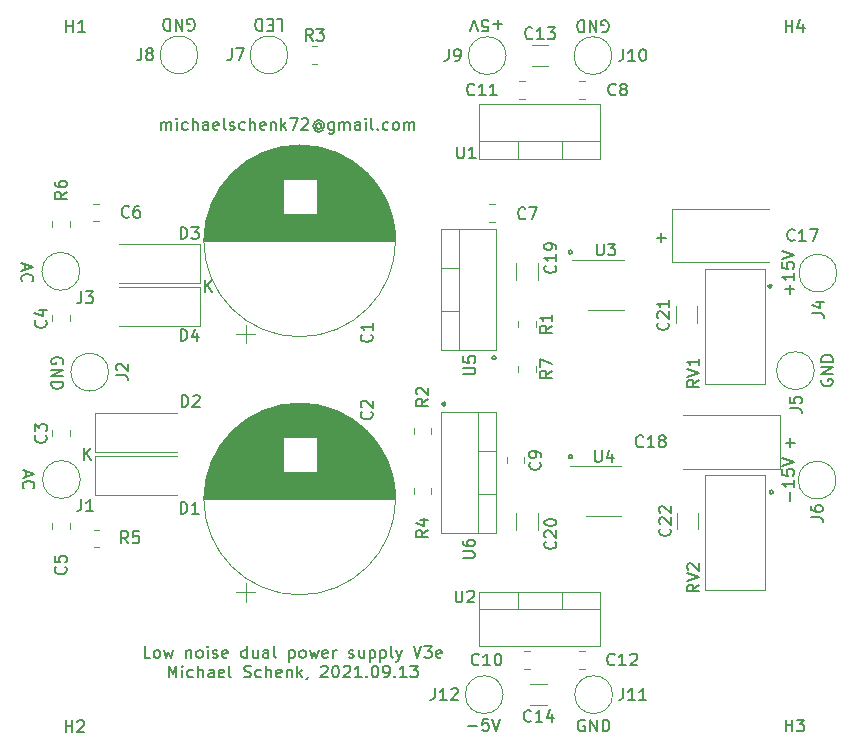
<source format=gbr>
G04 #@! TF.GenerationSoftware,KiCad,Pcbnew,(5.1.10-0-10_14)*
G04 #@! TF.CreationDate,2021-09-13T19:20:13+02:00*
G04 #@! TF.ProjectId,lv-lownoise-psu,6c762d6c-6f77-46e6-9f69-73652d707375,rev?*
G04 #@! TF.SameCoordinates,Original*
G04 #@! TF.FileFunction,Legend,Top*
G04 #@! TF.FilePolarity,Positive*
%FSLAX46Y46*%
G04 Gerber Fmt 4.6, Leading zero omitted, Abs format (unit mm)*
G04 Created by KiCad (PCBNEW (5.1.10-0-10_14)) date 2021-09-13 19:20:13*
%MOMM*%
%LPD*%
G01*
G04 APERTURE LIST*
%ADD10C,0.150000*%
%ADD11C,0.120000*%
G04 APERTURE END LIST*
D10*
X116332000Y-60729880D02*
X116236761Y-60777500D01*
X116189142Y-60872738D01*
X116236761Y-60967976D01*
X116332000Y-61015595D01*
X116427238Y-60967976D01*
X116474857Y-60872738D01*
X116427238Y-60777500D01*
X116332000Y-60729880D01*
X120586500Y-56792880D02*
X120491261Y-56840500D01*
X120443642Y-56935738D01*
X120491261Y-57030976D01*
X120586500Y-57078595D01*
X120681738Y-57030976D01*
X120729357Y-56935738D01*
X120681738Y-56840500D01*
X120586500Y-56792880D01*
X145288047Y-64142928D02*
X146049952Y-64142928D01*
X145669000Y-64523880D02*
X145669000Y-63761976D01*
X134366047Y-46807428D02*
X135127952Y-46807428D01*
X134747000Y-47188380D02*
X134747000Y-46426476D01*
X144081500Y-68159380D02*
X143986261Y-68207000D01*
X143938642Y-68302238D01*
X143986261Y-68397476D01*
X144081500Y-68445095D01*
X144176738Y-68397476D01*
X144224357Y-68302238D01*
X144176738Y-68207000D01*
X144081500Y-68159380D01*
X143954500Y-50760380D02*
X143859261Y-50808000D01*
X143811642Y-50903238D01*
X143859261Y-50998476D01*
X143954500Y-51046095D01*
X144049738Y-50998476D01*
X144097357Y-50903238D01*
X144049738Y-50808000D01*
X143954500Y-50760380D01*
X127063500Y-65174880D02*
X126968261Y-65222500D01*
X126920642Y-65317738D01*
X126968261Y-65412976D01*
X127063500Y-65460595D01*
X127158738Y-65412976D01*
X127206357Y-65317738D01*
X127158738Y-65222500D01*
X127063500Y-65174880D01*
X127063500Y-47839380D02*
X126968261Y-47887000D01*
X126920642Y-47982238D01*
X126968261Y-48077476D01*
X127063500Y-48125095D01*
X127158738Y-48077476D01*
X127206357Y-47982238D01*
X127158738Y-47887000D01*
X127063500Y-47839380D01*
X85907595Y-65603380D02*
X85907595Y-64603380D01*
X86479023Y-65603380D02*
X86050452Y-65031952D01*
X86479023Y-64603380D02*
X85907595Y-65174809D01*
X96131095Y-51379380D02*
X96131095Y-50379380D01*
X96702523Y-51379380D02*
X96273952Y-50807952D01*
X96702523Y-50379380D02*
X96131095Y-50950809D01*
X91497071Y-82367880D02*
X91020880Y-82367880D01*
X91020880Y-81367880D01*
X91973261Y-82367880D02*
X91878023Y-82320261D01*
X91830404Y-82272642D01*
X91782785Y-82177404D01*
X91782785Y-81891690D01*
X91830404Y-81796452D01*
X91878023Y-81748833D01*
X91973261Y-81701214D01*
X92116119Y-81701214D01*
X92211357Y-81748833D01*
X92258976Y-81796452D01*
X92306595Y-81891690D01*
X92306595Y-82177404D01*
X92258976Y-82272642D01*
X92211357Y-82320261D01*
X92116119Y-82367880D01*
X91973261Y-82367880D01*
X92639928Y-81701214D02*
X92830404Y-82367880D01*
X93020880Y-81891690D01*
X93211357Y-82367880D01*
X93401833Y-81701214D01*
X94544690Y-81701214D02*
X94544690Y-82367880D01*
X94544690Y-81796452D02*
X94592309Y-81748833D01*
X94687547Y-81701214D01*
X94830404Y-81701214D01*
X94925642Y-81748833D01*
X94973261Y-81844071D01*
X94973261Y-82367880D01*
X95592309Y-82367880D02*
X95497071Y-82320261D01*
X95449452Y-82272642D01*
X95401833Y-82177404D01*
X95401833Y-81891690D01*
X95449452Y-81796452D01*
X95497071Y-81748833D01*
X95592309Y-81701214D01*
X95735166Y-81701214D01*
X95830404Y-81748833D01*
X95878023Y-81796452D01*
X95925642Y-81891690D01*
X95925642Y-82177404D01*
X95878023Y-82272642D01*
X95830404Y-82320261D01*
X95735166Y-82367880D01*
X95592309Y-82367880D01*
X96354214Y-82367880D02*
X96354214Y-81701214D01*
X96354214Y-81367880D02*
X96306595Y-81415500D01*
X96354214Y-81463119D01*
X96401833Y-81415500D01*
X96354214Y-81367880D01*
X96354214Y-81463119D01*
X96782785Y-82320261D02*
X96878023Y-82367880D01*
X97068500Y-82367880D01*
X97163738Y-82320261D01*
X97211357Y-82225023D01*
X97211357Y-82177404D01*
X97163738Y-82082166D01*
X97068500Y-82034547D01*
X96925642Y-82034547D01*
X96830404Y-81986928D01*
X96782785Y-81891690D01*
X96782785Y-81844071D01*
X96830404Y-81748833D01*
X96925642Y-81701214D01*
X97068500Y-81701214D01*
X97163738Y-81748833D01*
X98020880Y-82320261D02*
X97925642Y-82367880D01*
X97735166Y-82367880D01*
X97639928Y-82320261D01*
X97592309Y-82225023D01*
X97592309Y-81844071D01*
X97639928Y-81748833D01*
X97735166Y-81701214D01*
X97925642Y-81701214D01*
X98020880Y-81748833D01*
X98068500Y-81844071D01*
X98068500Y-81939309D01*
X97592309Y-82034547D01*
X99687547Y-82367880D02*
X99687547Y-81367880D01*
X99687547Y-82320261D02*
X99592309Y-82367880D01*
X99401833Y-82367880D01*
X99306595Y-82320261D01*
X99258976Y-82272642D01*
X99211357Y-82177404D01*
X99211357Y-81891690D01*
X99258976Y-81796452D01*
X99306595Y-81748833D01*
X99401833Y-81701214D01*
X99592309Y-81701214D01*
X99687547Y-81748833D01*
X100592309Y-81701214D02*
X100592309Y-82367880D01*
X100163738Y-81701214D02*
X100163738Y-82225023D01*
X100211357Y-82320261D01*
X100306595Y-82367880D01*
X100449452Y-82367880D01*
X100544690Y-82320261D01*
X100592309Y-82272642D01*
X101497071Y-82367880D02*
X101497071Y-81844071D01*
X101449452Y-81748833D01*
X101354214Y-81701214D01*
X101163738Y-81701214D01*
X101068500Y-81748833D01*
X101497071Y-82320261D02*
X101401833Y-82367880D01*
X101163738Y-82367880D01*
X101068500Y-82320261D01*
X101020880Y-82225023D01*
X101020880Y-82129785D01*
X101068500Y-82034547D01*
X101163738Y-81986928D01*
X101401833Y-81986928D01*
X101497071Y-81939309D01*
X102116119Y-82367880D02*
X102020880Y-82320261D01*
X101973261Y-82225023D01*
X101973261Y-81367880D01*
X103258976Y-81701214D02*
X103258976Y-82701214D01*
X103258976Y-81748833D02*
X103354214Y-81701214D01*
X103544690Y-81701214D01*
X103639928Y-81748833D01*
X103687547Y-81796452D01*
X103735166Y-81891690D01*
X103735166Y-82177404D01*
X103687547Y-82272642D01*
X103639928Y-82320261D01*
X103544690Y-82367880D01*
X103354214Y-82367880D01*
X103258976Y-82320261D01*
X104306595Y-82367880D02*
X104211357Y-82320261D01*
X104163738Y-82272642D01*
X104116119Y-82177404D01*
X104116119Y-81891690D01*
X104163738Y-81796452D01*
X104211357Y-81748833D01*
X104306595Y-81701214D01*
X104449452Y-81701214D01*
X104544690Y-81748833D01*
X104592309Y-81796452D01*
X104639928Y-81891690D01*
X104639928Y-82177404D01*
X104592309Y-82272642D01*
X104544690Y-82320261D01*
X104449452Y-82367880D01*
X104306595Y-82367880D01*
X104973261Y-81701214D02*
X105163738Y-82367880D01*
X105354214Y-81891690D01*
X105544690Y-82367880D01*
X105735166Y-81701214D01*
X106497071Y-82320261D02*
X106401833Y-82367880D01*
X106211357Y-82367880D01*
X106116119Y-82320261D01*
X106068500Y-82225023D01*
X106068500Y-81844071D01*
X106116119Y-81748833D01*
X106211357Y-81701214D01*
X106401833Y-81701214D01*
X106497071Y-81748833D01*
X106544690Y-81844071D01*
X106544690Y-81939309D01*
X106068500Y-82034547D01*
X106973261Y-82367880D02*
X106973261Y-81701214D01*
X106973261Y-81891690D02*
X107020880Y-81796452D01*
X107068500Y-81748833D01*
X107163738Y-81701214D01*
X107258976Y-81701214D01*
X108306595Y-82320261D02*
X108401833Y-82367880D01*
X108592309Y-82367880D01*
X108687547Y-82320261D01*
X108735166Y-82225023D01*
X108735166Y-82177404D01*
X108687547Y-82082166D01*
X108592309Y-82034547D01*
X108449452Y-82034547D01*
X108354214Y-81986928D01*
X108306595Y-81891690D01*
X108306595Y-81844071D01*
X108354214Y-81748833D01*
X108449452Y-81701214D01*
X108592309Y-81701214D01*
X108687547Y-81748833D01*
X109592309Y-81701214D02*
X109592309Y-82367880D01*
X109163738Y-81701214D02*
X109163738Y-82225023D01*
X109211357Y-82320261D01*
X109306595Y-82367880D01*
X109449452Y-82367880D01*
X109544690Y-82320261D01*
X109592309Y-82272642D01*
X110068500Y-81701214D02*
X110068500Y-82701214D01*
X110068500Y-81748833D02*
X110163738Y-81701214D01*
X110354214Y-81701214D01*
X110449452Y-81748833D01*
X110497071Y-81796452D01*
X110544690Y-81891690D01*
X110544690Y-82177404D01*
X110497071Y-82272642D01*
X110449452Y-82320261D01*
X110354214Y-82367880D01*
X110163738Y-82367880D01*
X110068500Y-82320261D01*
X110973261Y-81701214D02*
X110973261Y-82701214D01*
X110973261Y-81748833D02*
X111068500Y-81701214D01*
X111258976Y-81701214D01*
X111354214Y-81748833D01*
X111401833Y-81796452D01*
X111449452Y-81891690D01*
X111449452Y-82177404D01*
X111401833Y-82272642D01*
X111354214Y-82320261D01*
X111258976Y-82367880D01*
X111068500Y-82367880D01*
X110973261Y-82320261D01*
X112020880Y-82367880D02*
X111925642Y-82320261D01*
X111878023Y-82225023D01*
X111878023Y-81367880D01*
X112306595Y-81701214D02*
X112544690Y-82367880D01*
X112782785Y-81701214D02*
X112544690Y-82367880D01*
X112449452Y-82605976D01*
X112401833Y-82653595D01*
X112306595Y-82701214D01*
X113782785Y-81367880D02*
X114116119Y-82367880D01*
X114449452Y-81367880D01*
X114687547Y-81367880D02*
X115306595Y-81367880D01*
X114973261Y-81748833D01*
X115116119Y-81748833D01*
X115211357Y-81796452D01*
X115258976Y-81844071D01*
X115306595Y-81939309D01*
X115306595Y-82177404D01*
X115258976Y-82272642D01*
X115211357Y-82320261D01*
X115116119Y-82367880D01*
X114830404Y-82367880D01*
X114735166Y-82320261D01*
X114687547Y-82272642D01*
X116116119Y-82320261D02*
X116020880Y-82367880D01*
X115830404Y-82367880D01*
X115735166Y-82320261D01*
X115687547Y-82225023D01*
X115687547Y-81844071D01*
X115735166Y-81748833D01*
X115830404Y-81701214D01*
X116020880Y-81701214D01*
X116116119Y-81748833D01*
X116163738Y-81844071D01*
X116163738Y-81939309D01*
X115687547Y-82034547D01*
X93044690Y-84017880D02*
X93044690Y-83017880D01*
X93378023Y-83732166D01*
X93711357Y-83017880D01*
X93711357Y-84017880D01*
X94187547Y-84017880D02*
X94187547Y-83351214D01*
X94187547Y-83017880D02*
X94139928Y-83065500D01*
X94187547Y-83113119D01*
X94235166Y-83065500D01*
X94187547Y-83017880D01*
X94187547Y-83113119D01*
X95092309Y-83970261D02*
X94997071Y-84017880D01*
X94806595Y-84017880D01*
X94711357Y-83970261D01*
X94663738Y-83922642D01*
X94616119Y-83827404D01*
X94616119Y-83541690D01*
X94663738Y-83446452D01*
X94711357Y-83398833D01*
X94806595Y-83351214D01*
X94997071Y-83351214D01*
X95092309Y-83398833D01*
X95520880Y-84017880D02*
X95520880Y-83017880D01*
X95949452Y-84017880D02*
X95949452Y-83494071D01*
X95901833Y-83398833D01*
X95806595Y-83351214D01*
X95663738Y-83351214D01*
X95568500Y-83398833D01*
X95520880Y-83446452D01*
X96854214Y-84017880D02*
X96854214Y-83494071D01*
X96806595Y-83398833D01*
X96711357Y-83351214D01*
X96520880Y-83351214D01*
X96425642Y-83398833D01*
X96854214Y-83970261D02*
X96758976Y-84017880D01*
X96520880Y-84017880D01*
X96425642Y-83970261D01*
X96378023Y-83875023D01*
X96378023Y-83779785D01*
X96425642Y-83684547D01*
X96520880Y-83636928D01*
X96758976Y-83636928D01*
X96854214Y-83589309D01*
X97711357Y-83970261D02*
X97616119Y-84017880D01*
X97425642Y-84017880D01*
X97330404Y-83970261D01*
X97282785Y-83875023D01*
X97282785Y-83494071D01*
X97330404Y-83398833D01*
X97425642Y-83351214D01*
X97616119Y-83351214D01*
X97711357Y-83398833D01*
X97758976Y-83494071D01*
X97758976Y-83589309D01*
X97282785Y-83684547D01*
X98330404Y-84017880D02*
X98235166Y-83970261D01*
X98187547Y-83875023D01*
X98187547Y-83017880D01*
X99425642Y-83970261D02*
X99568500Y-84017880D01*
X99806595Y-84017880D01*
X99901833Y-83970261D01*
X99949452Y-83922642D01*
X99997071Y-83827404D01*
X99997071Y-83732166D01*
X99949452Y-83636928D01*
X99901833Y-83589309D01*
X99806595Y-83541690D01*
X99616119Y-83494071D01*
X99520880Y-83446452D01*
X99473261Y-83398833D01*
X99425642Y-83303595D01*
X99425642Y-83208357D01*
X99473261Y-83113119D01*
X99520880Y-83065500D01*
X99616119Y-83017880D01*
X99854214Y-83017880D01*
X99997071Y-83065500D01*
X100854214Y-83970261D02*
X100758976Y-84017880D01*
X100568500Y-84017880D01*
X100473261Y-83970261D01*
X100425642Y-83922642D01*
X100378023Y-83827404D01*
X100378023Y-83541690D01*
X100425642Y-83446452D01*
X100473261Y-83398833D01*
X100568500Y-83351214D01*
X100758976Y-83351214D01*
X100854214Y-83398833D01*
X101282785Y-84017880D02*
X101282785Y-83017880D01*
X101711357Y-84017880D02*
X101711357Y-83494071D01*
X101663738Y-83398833D01*
X101568500Y-83351214D01*
X101425642Y-83351214D01*
X101330404Y-83398833D01*
X101282785Y-83446452D01*
X102568500Y-83970261D02*
X102473261Y-84017880D01*
X102282785Y-84017880D01*
X102187547Y-83970261D01*
X102139928Y-83875023D01*
X102139928Y-83494071D01*
X102187547Y-83398833D01*
X102282785Y-83351214D01*
X102473261Y-83351214D01*
X102568500Y-83398833D01*
X102616119Y-83494071D01*
X102616119Y-83589309D01*
X102139928Y-83684547D01*
X103044690Y-83351214D02*
X103044690Y-84017880D01*
X103044690Y-83446452D02*
X103092309Y-83398833D01*
X103187547Y-83351214D01*
X103330404Y-83351214D01*
X103425642Y-83398833D01*
X103473261Y-83494071D01*
X103473261Y-84017880D01*
X103949452Y-84017880D02*
X103949452Y-83017880D01*
X104044690Y-83636928D02*
X104330404Y-84017880D01*
X104330404Y-83351214D02*
X103949452Y-83732166D01*
X104806595Y-83970261D02*
X104806595Y-84017880D01*
X104758976Y-84113119D01*
X104711357Y-84160738D01*
X105949452Y-83113119D02*
X105997071Y-83065500D01*
X106092309Y-83017880D01*
X106330404Y-83017880D01*
X106425642Y-83065500D01*
X106473261Y-83113119D01*
X106520880Y-83208357D01*
X106520880Y-83303595D01*
X106473261Y-83446452D01*
X105901833Y-84017880D01*
X106520880Y-84017880D01*
X107139928Y-83017880D02*
X107235166Y-83017880D01*
X107330404Y-83065500D01*
X107378023Y-83113119D01*
X107425642Y-83208357D01*
X107473261Y-83398833D01*
X107473261Y-83636928D01*
X107425642Y-83827404D01*
X107378023Y-83922642D01*
X107330404Y-83970261D01*
X107235166Y-84017880D01*
X107139928Y-84017880D01*
X107044690Y-83970261D01*
X106997071Y-83922642D01*
X106949452Y-83827404D01*
X106901833Y-83636928D01*
X106901833Y-83398833D01*
X106949452Y-83208357D01*
X106997071Y-83113119D01*
X107044690Y-83065500D01*
X107139928Y-83017880D01*
X107854214Y-83113119D02*
X107901833Y-83065500D01*
X107997071Y-83017880D01*
X108235166Y-83017880D01*
X108330404Y-83065500D01*
X108378023Y-83113119D01*
X108425642Y-83208357D01*
X108425642Y-83303595D01*
X108378023Y-83446452D01*
X107806595Y-84017880D01*
X108425642Y-84017880D01*
X109378023Y-84017880D02*
X108806595Y-84017880D01*
X109092309Y-84017880D02*
X109092309Y-83017880D01*
X108997071Y-83160738D01*
X108901833Y-83255976D01*
X108806595Y-83303595D01*
X109806595Y-83922642D02*
X109854214Y-83970261D01*
X109806595Y-84017880D01*
X109758976Y-83970261D01*
X109806595Y-83922642D01*
X109806595Y-84017880D01*
X110473261Y-83017880D02*
X110568500Y-83017880D01*
X110663738Y-83065500D01*
X110711357Y-83113119D01*
X110758976Y-83208357D01*
X110806595Y-83398833D01*
X110806595Y-83636928D01*
X110758976Y-83827404D01*
X110711357Y-83922642D01*
X110663738Y-83970261D01*
X110568500Y-84017880D01*
X110473261Y-84017880D01*
X110378023Y-83970261D01*
X110330404Y-83922642D01*
X110282785Y-83827404D01*
X110235166Y-83636928D01*
X110235166Y-83398833D01*
X110282785Y-83208357D01*
X110330404Y-83113119D01*
X110378023Y-83065500D01*
X110473261Y-83017880D01*
X111282785Y-84017880D02*
X111473261Y-84017880D01*
X111568500Y-83970261D01*
X111616119Y-83922642D01*
X111711357Y-83779785D01*
X111758976Y-83589309D01*
X111758976Y-83208357D01*
X111711357Y-83113119D01*
X111663738Y-83065500D01*
X111568500Y-83017880D01*
X111378023Y-83017880D01*
X111282785Y-83065500D01*
X111235166Y-83113119D01*
X111187547Y-83208357D01*
X111187547Y-83446452D01*
X111235166Y-83541690D01*
X111282785Y-83589309D01*
X111378023Y-83636928D01*
X111568500Y-83636928D01*
X111663738Y-83589309D01*
X111711357Y-83541690D01*
X111758976Y-83446452D01*
X112187547Y-83922642D02*
X112235166Y-83970261D01*
X112187547Y-84017880D01*
X112139928Y-83970261D01*
X112187547Y-83922642D01*
X112187547Y-84017880D01*
X113187547Y-84017880D02*
X112616119Y-84017880D01*
X112901833Y-84017880D02*
X112901833Y-83017880D01*
X112806595Y-83160738D01*
X112711357Y-83255976D01*
X112616119Y-83303595D01*
X113520880Y-83017880D02*
X114139928Y-83017880D01*
X113806595Y-83398833D01*
X113949452Y-83398833D01*
X114044690Y-83446452D01*
X114092309Y-83494071D01*
X114139928Y-83589309D01*
X114139928Y-83827404D01*
X114092309Y-83922642D01*
X114044690Y-83970261D01*
X113949452Y-84017880D01*
X113663738Y-84017880D01*
X113568500Y-83970261D01*
X113520880Y-83922642D01*
X129730404Y-29329000D02*
X129825642Y-29376619D01*
X129968500Y-29376619D01*
X130111357Y-29329000D01*
X130206595Y-29233761D01*
X130254214Y-29138523D01*
X130301833Y-28948047D01*
X130301833Y-28805190D01*
X130254214Y-28614714D01*
X130206595Y-28519476D01*
X130111357Y-28424238D01*
X129968500Y-28376619D01*
X129873261Y-28376619D01*
X129730404Y-28424238D01*
X129682785Y-28471857D01*
X129682785Y-28805190D01*
X129873261Y-28805190D01*
X129254214Y-28376619D02*
X129254214Y-29376619D01*
X128682785Y-28376619D01*
X128682785Y-29376619D01*
X128206595Y-28376619D02*
X128206595Y-29376619D01*
X127968500Y-29376619D01*
X127825642Y-29329000D01*
X127730404Y-29233761D01*
X127682785Y-29138523D01*
X127635166Y-28948047D01*
X127635166Y-28805190D01*
X127682785Y-28614714D01*
X127730404Y-28519476D01*
X127825642Y-28424238D01*
X127968500Y-28376619D01*
X128206595Y-28376619D01*
X121300714Y-28694071D02*
X120538809Y-28694071D01*
X120919761Y-28313119D02*
X120919761Y-29075023D01*
X119586428Y-29313119D02*
X120062619Y-29313119D01*
X120110238Y-28836928D01*
X120062619Y-28884547D01*
X119967380Y-28932166D01*
X119729285Y-28932166D01*
X119634047Y-28884547D01*
X119586428Y-28836928D01*
X119538809Y-28741690D01*
X119538809Y-28503595D01*
X119586428Y-28408357D01*
X119634047Y-28360738D01*
X119729285Y-28313119D01*
X119967380Y-28313119D01*
X120062619Y-28360738D01*
X120110238Y-28408357D01*
X119253095Y-29313119D02*
X118919761Y-28313119D01*
X118586428Y-29313119D01*
X118411785Y-88145928D02*
X119173690Y-88145928D01*
X120126071Y-87526880D02*
X119649880Y-87526880D01*
X119602261Y-88003071D01*
X119649880Y-87955452D01*
X119745119Y-87907833D01*
X119983214Y-87907833D01*
X120078452Y-87955452D01*
X120126071Y-88003071D01*
X120173690Y-88098309D01*
X120173690Y-88336404D01*
X120126071Y-88431642D01*
X120078452Y-88479261D01*
X119983214Y-88526880D01*
X119745119Y-88526880D01*
X119649880Y-88479261D01*
X119602261Y-88431642D01*
X120459404Y-87526880D02*
X120792738Y-88526880D01*
X121126071Y-87526880D01*
X128270095Y-87638000D02*
X128174857Y-87590380D01*
X128032000Y-87590380D01*
X127889142Y-87638000D01*
X127793904Y-87733238D01*
X127746285Y-87828476D01*
X127698666Y-88018952D01*
X127698666Y-88161809D01*
X127746285Y-88352285D01*
X127793904Y-88447523D01*
X127889142Y-88542761D01*
X128032000Y-88590380D01*
X128127238Y-88590380D01*
X128270095Y-88542761D01*
X128317714Y-88495142D01*
X128317714Y-88161809D01*
X128127238Y-88161809D01*
X128746285Y-88590380D02*
X128746285Y-87590380D01*
X129317714Y-88590380D01*
X129317714Y-87590380D01*
X129793904Y-88590380D02*
X129793904Y-87590380D01*
X130032000Y-87590380D01*
X130174857Y-87638000D01*
X130270095Y-87733238D01*
X130317714Y-87828476D01*
X130365333Y-88018952D01*
X130365333Y-88161809D01*
X130317714Y-88352285D01*
X130270095Y-88447523D01*
X130174857Y-88542761D01*
X130032000Y-88590380D01*
X129793904Y-88590380D01*
X94678404Y-29202000D02*
X94773642Y-29249619D01*
X94916500Y-29249619D01*
X95059357Y-29202000D01*
X95154595Y-29106761D01*
X95202214Y-29011523D01*
X95249833Y-28821047D01*
X95249833Y-28678190D01*
X95202214Y-28487714D01*
X95154595Y-28392476D01*
X95059357Y-28297238D01*
X94916500Y-28249619D01*
X94821261Y-28249619D01*
X94678404Y-28297238D01*
X94630785Y-28344857D01*
X94630785Y-28678190D01*
X94821261Y-28678190D01*
X94202214Y-28249619D02*
X94202214Y-29249619D01*
X93630785Y-28249619D01*
X93630785Y-29249619D01*
X93154595Y-28249619D02*
X93154595Y-29249619D01*
X92916500Y-29249619D01*
X92773642Y-29202000D01*
X92678404Y-29106761D01*
X92630785Y-29011523D01*
X92583166Y-28821047D01*
X92583166Y-28678190D01*
X92630785Y-28487714D01*
X92678404Y-28392476D01*
X92773642Y-28297238D01*
X92916500Y-28249619D01*
X93154595Y-28249619D01*
X102179357Y-28249619D02*
X102655547Y-28249619D01*
X102655547Y-29249619D01*
X101846023Y-28773428D02*
X101512690Y-28773428D01*
X101369833Y-28249619D02*
X101846023Y-28249619D01*
X101846023Y-29249619D01*
X101369833Y-29249619D01*
X100941261Y-28249619D02*
X100941261Y-29249619D01*
X100703166Y-29249619D01*
X100560309Y-29202000D01*
X100465071Y-29106761D01*
X100417452Y-29011523D01*
X100369833Y-28821047D01*
X100369833Y-28678190D01*
X100417452Y-28487714D01*
X100465071Y-28392476D01*
X100560309Y-28297238D01*
X100703166Y-28249619D01*
X100941261Y-28249619D01*
X92409714Y-37663380D02*
X92409714Y-36996714D01*
X92409714Y-37091952D02*
X92457333Y-37044333D01*
X92552571Y-36996714D01*
X92695428Y-36996714D01*
X92790666Y-37044333D01*
X92838285Y-37139571D01*
X92838285Y-37663380D01*
X92838285Y-37139571D02*
X92885904Y-37044333D01*
X92981142Y-36996714D01*
X93124000Y-36996714D01*
X93219238Y-37044333D01*
X93266857Y-37139571D01*
X93266857Y-37663380D01*
X93743047Y-37663380D02*
X93743047Y-36996714D01*
X93743047Y-36663380D02*
X93695428Y-36711000D01*
X93743047Y-36758619D01*
X93790666Y-36711000D01*
X93743047Y-36663380D01*
X93743047Y-36758619D01*
X94647809Y-37615761D02*
X94552571Y-37663380D01*
X94362095Y-37663380D01*
X94266857Y-37615761D01*
X94219238Y-37568142D01*
X94171619Y-37472904D01*
X94171619Y-37187190D01*
X94219238Y-37091952D01*
X94266857Y-37044333D01*
X94362095Y-36996714D01*
X94552571Y-36996714D01*
X94647809Y-37044333D01*
X95076380Y-37663380D02*
X95076380Y-36663380D01*
X95504952Y-37663380D02*
X95504952Y-37139571D01*
X95457333Y-37044333D01*
X95362095Y-36996714D01*
X95219238Y-36996714D01*
X95124000Y-37044333D01*
X95076380Y-37091952D01*
X96409714Y-37663380D02*
X96409714Y-37139571D01*
X96362095Y-37044333D01*
X96266857Y-36996714D01*
X96076380Y-36996714D01*
X95981142Y-37044333D01*
X96409714Y-37615761D02*
X96314476Y-37663380D01*
X96076380Y-37663380D01*
X95981142Y-37615761D01*
X95933523Y-37520523D01*
X95933523Y-37425285D01*
X95981142Y-37330047D01*
X96076380Y-37282428D01*
X96314476Y-37282428D01*
X96409714Y-37234809D01*
X97266857Y-37615761D02*
X97171619Y-37663380D01*
X96981142Y-37663380D01*
X96885904Y-37615761D01*
X96838285Y-37520523D01*
X96838285Y-37139571D01*
X96885904Y-37044333D01*
X96981142Y-36996714D01*
X97171619Y-36996714D01*
X97266857Y-37044333D01*
X97314476Y-37139571D01*
X97314476Y-37234809D01*
X96838285Y-37330047D01*
X97885904Y-37663380D02*
X97790666Y-37615761D01*
X97743047Y-37520523D01*
X97743047Y-36663380D01*
X98219238Y-37615761D02*
X98314476Y-37663380D01*
X98504952Y-37663380D01*
X98600190Y-37615761D01*
X98647809Y-37520523D01*
X98647809Y-37472904D01*
X98600190Y-37377666D01*
X98504952Y-37330047D01*
X98362095Y-37330047D01*
X98266857Y-37282428D01*
X98219238Y-37187190D01*
X98219238Y-37139571D01*
X98266857Y-37044333D01*
X98362095Y-36996714D01*
X98504952Y-36996714D01*
X98600190Y-37044333D01*
X99504952Y-37615761D02*
X99409714Y-37663380D01*
X99219238Y-37663380D01*
X99124000Y-37615761D01*
X99076380Y-37568142D01*
X99028761Y-37472904D01*
X99028761Y-37187190D01*
X99076380Y-37091952D01*
X99124000Y-37044333D01*
X99219238Y-36996714D01*
X99409714Y-36996714D01*
X99504952Y-37044333D01*
X99933523Y-37663380D02*
X99933523Y-36663380D01*
X100362095Y-37663380D02*
X100362095Y-37139571D01*
X100314476Y-37044333D01*
X100219238Y-36996714D01*
X100076380Y-36996714D01*
X99981142Y-37044333D01*
X99933523Y-37091952D01*
X101219238Y-37615761D02*
X101124000Y-37663380D01*
X100933523Y-37663380D01*
X100838285Y-37615761D01*
X100790666Y-37520523D01*
X100790666Y-37139571D01*
X100838285Y-37044333D01*
X100933523Y-36996714D01*
X101124000Y-36996714D01*
X101219238Y-37044333D01*
X101266857Y-37139571D01*
X101266857Y-37234809D01*
X100790666Y-37330047D01*
X101695428Y-36996714D02*
X101695428Y-37663380D01*
X101695428Y-37091952D02*
X101743047Y-37044333D01*
X101838285Y-36996714D01*
X101981142Y-36996714D01*
X102076380Y-37044333D01*
X102124000Y-37139571D01*
X102124000Y-37663380D01*
X102600190Y-37663380D02*
X102600190Y-36663380D01*
X102695428Y-37282428D02*
X102981142Y-37663380D01*
X102981142Y-36996714D02*
X102600190Y-37377666D01*
X103314476Y-36663380D02*
X103981142Y-36663380D01*
X103552571Y-37663380D01*
X104314476Y-36758619D02*
X104362095Y-36711000D01*
X104457333Y-36663380D01*
X104695428Y-36663380D01*
X104790666Y-36711000D01*
X104838285Y-36758619D01*
X104885904Y-36853857D01*
X104885904Y-36949095D01*
X104838285Y-37091952D01*
X104266857Y-37663380D01*
X104885904Y-37663380D01*
X105933523Y-37187190D02*
X105885904Y-37139571D01*
X105790666Y-37091952D01*
X105695428Y-37091952D01*
X105600190Y-37139571D01*
X105552571Y-37187190D01*
X105504952Y-37282428D01*
X105504952Y-37377666D01*
X105552571Y-37472904D01*
X105600190Y-37520523D01*
X105695428Y-37568142D01*
X105790666Y-37568142D01*
X105885904Y-37520523D01*
X105933523Y-37472904D01*
X105933523Y-37091952D02*
X105933523Y-37472904D01*
X105981142Y-37520523D01*
X106028761Y-37520523D01*
X106124000Y-37472904D01*
X106171619Y-37377666D01*
X106171619Y-37139571D01*
X106076380Y-36996714D01*
X105933523Y-36901476D01*
X105743047Y-36853857D01*
X105552571Y-36901476D01*
X105409714Y-36996714D01*
X105314476Y-37139571D01*
X105266857Y-37330047D01*
X105314476Y-37520523D01*
X105409714Y-37663380D01*
X105552571Y-37758619D01*
X105743047Y-37806238D01*
X105933523Y-37758619D01*
X106076380Y-37663380D01*
X107028761Y-36996714D02*
X107028761Y-37806238D01*
X106981142Y-37901476D01*
X106933523Y-37949095D01*
X106838285Y-37996714D01*
X106695428Y-37996714D01*
X106600190Y-37949095D01*
X107028761Y-37615761D02*
X106933523Y-37663380D01*
X106743047Y-37663380D01*
X106647809Y-37615761D01*
X106600190Y-37568142D01*
X106552571Y-37472904D01*
X106552571Y-37187190D01*
X106600190Y-37091952D01*
X106647809Y-37044333D01*
X106743047Y-36996714D01*
X106933523Y-36996714D01*
X107028761Y-37044333D01*
X107504952Y-37663380D02*
X107504952Y-36996714D01*
X107504952Y-37091952D02*
X107552571Y-37044333D01*
X107647809Y-36996714D01*
X107790666Y-36996714D01*
X107885904Y-37044333D01*
X107933523Y-37139571D01*
X107933523Y-37663380D01*
X107933523Y-37139571D02*
X107981142Y-37044333D01*
X108076380Y-36996714D01*
X108219238Y-36996714D01*
X108314476Y-37044333D01*
X108362095Y-37139571D01*
X108362095Y-37663380D01*
X109266857Y-37663380D02*
X109266857Y-37139571D01*
X109219238Y-37044333D01*
X109124000Y-36996714D01*
X108933523Y-36996714D01*
X108838285Y-37044333D01*
X109266857Y-37615761D02*
X109171619Y-37663380D01*
X108933523Y-37663380D01*
X108838285Y-37615761D01*
X108790666Y-37520523D01*
X108790666Y-37425285D01*
X108838285Y-37330047D01*
X108933523Y-37282428D01*
X109171619Y-37282428D01*
X109266857Y-37234809D01*
X109743047Y-37663380D02*
X109743047Y-36996714D01*
X109743047Y-36663380D02*
X109695428Y-36711000D01*
X109743047Y-36758619D01*
X109790666Y-36711000D01*
X109743047Y-36663380D01*
X109743047Y-36758619D01*
X110362095Y-37663380D02*
X110266857Y-37615761D01*
X110219238Y-37520523D01*
X110219238Y-36663380D01*
X110743047Y-37568142D02*
X110790666Y-37615761D01*
X110743047Y-37663380D01*
X110695428Y-37615761D01*
X110743047Y-37568142D01*
X110743047Y-37663380D01*
X111647809Y-37615761D02*
X111552571Y-37663380D01*
X111362095Y-37663380D01*
X111266857Y-37615761D01*
X111219238Y-37568142D01*
X111171619Y-37472904D01*
X111171619Y-37187190D01*
X111219238Y-37091952D01*
X111266857Y-37044333D01*
X111362095Y-36996714D01*
X111552571Y-36996714D01*
X111647809Y-37044333D01*
X112219238Y-37663380D02*
X112124000Y-37615761D01*
X112076380Y-37568142D01*
X112028761Y-37472904D01*
X112028761Y-37187190D01*
X112076380Y-37091952D01*
X112124000Y-37044333D01*
X112219238Y-36996714D01*
X112362095Y-36996714D01*
X112457333Y-37044333D01*
X112504952Y-37091952D01*
X112552571Y-37187190D01*
X112552571Y-37472904D01*
X112504952Y-37568142D01*
X112457333Y-37615761D01*
X112362095Y-37663380D01*
X112219238Y-37663380D01*
X112981142Y-37663380D02*
X112981142Y-36996714D01*
X112981142Y-37091952D02*
X113028761Y-37044333D01*
X113124000Y-36996714D01*
X113266857Y-36996714D01*
X113362095Y-37044333D01*
X113409714Y-37139571D01*
X113409714Y-37663380D01*
X113409714Y-37139571D02*
X113457333Y-37044333D01*
X113552571Y-36996714D01*
X113695428Y-36996714D01*
X113790666Y-37044333D01*
X113838285Y-37139571D01*
X113838285Y-37663380D01*
X84066000Y-57467595D02*
X84113619Y-57372357D01*
X84113619Y-57229500D01*
X84066000Y-57086642D01*
X83970761Y-56991404D01*
X83875523Y-56943785D01*
X83685047Y-56896166D01*
X83542190Y-56896166D01*
X83351714Y-56943785D01*
X83256476Y-56991404D01*
X83161238Y-57086642D01*
X83113619Y-57229500D01*
X83113619Y-57324738D01*
X83161238Y-57467595D01*
X83208857Y-57515214D01*
X83542190Y-57515214D01*
X83542190Y-57324738D01*
X83113619Y-57943785D02*
X84113619Y-57943785D01*
X83113619Y-58515214D01*
X84113619Y-58515214D01*
X83113619Y-58991404D02*
X84113619Y-58991404D01*
X84113619Y-59229500D01*
X84066000Y-59372357D01*
X83970761Y-59467595D01*
X83875523Y-59515214D01*
X83685047Y-59562833D01*
X83542190Y-59562833D01*
X83351714Y-59515214D01*
X83256476Y-59467595D01*
X83161238Y-59372357D01*
X83113619Y-59229500D01*
X83113619Y-58991404D01*
X80960933Y-66521104D02*
X80960933Y-66997295D01*
X80675219Y-66425866D02*
X81675219Y-66759200D01*
X80675219Y-67092533D01*
X80770457Y-67997295D02*
X80722838Y-67949676D01*
X80675219Y-67806819D01*
X80675219Y-67711580D01*
X80722838Y-67568723D01*
X80818076Y-67473485D01*
X80913314Y-67425866D01*
X81103790Y-67378247D01*
X81246647Y-67378247D01*
X81437123Y-67425866D01*
X81532361Y-67473485D01*
X81627600Y-67568723D01*
X81675219Y-67711580D01*
X81675219Y-67806819D01*
X81627600Y-67949676D01*
X81579980Y-67997295D01*
X80859333Y-48995104D02*
X80859333Y-49471295D01*
X80573619Y-48899866D02*
X81573619Y-49233200D01*
X80573619Y-49566533D01*
X80668857Y-50471295D02*
X80621238Y-50423676D01*
X80573619Y-50280819D01*
X80573619Y-50185580D01*
X80621238Y-50042723D01*
X80716476Y-49947485D01*
X80811714Y-49899866D01*
X81002190Y-49852247D01*
X81145047Y-49852247D01*
X81335523Y-49899866D01*
X81430761Y-49947485D01*
X81526000Y-50042723D01*
X81573619Y-50185580D01*
X81573619Y-50280819D01*
X81526000Y-50423676D01*
X81478380Y-50471295D01*
X145613428Y-69071904D02*
X145613428Y-68310000D01*
X145994380Y-67310000D02*
X145994380Y-67881428D01*
X145994380Y-67595714D02*
X144994380Y-67595714D01*
X145137238Y-67690952D01*
X145232476Y-67786190D01*
X145280095Y-67881428D01*
X144994380Y-66405238D02*
X144994380Y-66881428D01*
X145470571Y-66929047D01*
X145422952Y-66881428D01*
X145375333Y-66786190D01*
X145375333Y-66548095D01*
X145422952Y-66452857D01*
X145470571Y-66405238D01*
X145565809Y-66357619D01*
X145803904Y-66357619D01*
X145899142Y-66405238D01*
X145946761Y-66452857D01*
X145994380Y-66548095D01*
X145994380Y-66786190D01*
X145946761Y-66881428D01*
X145899142Y-66929047D01*
X144994380Y-66071904D02*
X145994380Y-65738571D01*
X144994380Y-65405238D01*
X148344000Y-58800904D02*
X148296380Y-58896142D01*
X148296380Y-59039000D01*
X148344000Y-59181857D01*
X148439238Y-59277095D01*
X148534476Y-59324714D01*
X148724952Y-59372333D01*
X148867809Y-59372333D01*
X149058285Y-59324714D01*
X149153523Y-59277095D01*
X149248761Y-59181857D01*
X149296380Y-59039000D01*
X149296380Y-58943761D01*
X149248761Y-58800904D01*
X149201142Y-58753285D01*
X148867809Y-58753285D01*
X148867809Y-58943761D01*
X149296380Y-58324714D02*
X148296380Y-58324714D01*
X149296380Y-57753285D01*
X148296380Y-57753285D01*
X149296380Y-57277095D02*
X148296380Y-57277095D01*
X148296380Y-57039000D01*
X148344000Y-56896142D01*
X148439238Y-56800904D01*
X148534476Y-56753285D01*
X148724952Y-56705666D01*
X148867809Y-56705666D01*
X149058285Y-56753285D01*
X149153523Y-56800904D01*
X149248761Y-56896142D01*
X149296380Y-57039000D01*
X149296380Y-57277095D01*
X145613428Y-51545904D02*
X145613428Y-50784000D01*
X145994380Y-51164952D02*
X145232476Y-51164952D01*
X145994380Y-49784000D02*
X145994380Y-50355428D01*
X145994380Y-50069714D02*
X144994380Y-50069714D01*
X145137238Y-50164952D01*
X145232476Y-50260190D01*
X145280095Y-50355428D01*
X144994380Y-48879238D02*
X144994380Y-49355428D01*
X145470571Y-49403047D01*
X145422952Y-49355428D01*
X145375333Y-49260190D01*
X145375333Y-49022095D01*
X145422952Y-48926857D01*
X145470571Y-48879238D01*
X145565809Y-48831619D01*
X145803904Y-48831619D01*
X145899142Y-48879238D01*
X145946761Y-48926857D01*
X145994380Y-49022095D01*
X145994380Y-49260190D01*
X145946761Y-49355428D01*
X145899142Y-49403047D01*
X144994380Y-48545904D02*
X145994380Y-48212571D01*
X144994380Y-47879238D01*
D11*
X115289000Y-67987936D02*
X115289000Y-68442064D01*
X113819000Y-67987936D02*
X113819000Y-68442064D01*
X115289000Y-62907936D02*
X115289000Y-63362064D01*
X113819000Y-62907936D02*
X113819000Y-63362064D01*
X120745000Y-68526000D02*
X119235000Y-68526000D01*
X120745000Y-64825000D02*
X119235000Y-64825000D01*
X119235000Y-61555000D02*
X119235000Y-71795000D01*
X120745000Y-71795000D02*
X116104000Y-71795000D01*
X120745000Y-61555000D02*
X116104000Y-61555000D01*
X116104000Y-61555000D02*
X116104000Y-71795000D01*
X120745000Y-61555000D02*
X120745000Y-71795000D01*
X116110000Y-49330000D02*
X117620000Y-49330000D01*
X116110000Y-53031000D02*
X117620000Y-53031000D01*
X117620000Y-56301000D02*
X117620000Y-46061000D01*
X116110000Y-46061000D02*
X120751000Y-46061000D01*
X116110000Y-56301000D02*
X120751000Y-56301000D01*
X120751000Y-56301000D02*
X120751000Y-46061000D01*
X116110000Y-56301000D02*
X116110000Y-46061000D01*
X122645500Y-57668936D02*
X122645500Y-58123064D01*
X124115500Y-57668936D02*
X124115500Y-58123064D01*
X122645500Y-53858936D02*
X122645500Y-54313064D01*
X124115500Y-53858936D02*
X124115500Y-54313064D01*
X125082752Y-84561000D02*
X123660248Y-84561000D01*
X125082752Y-86381000D02*
X123660248Y-86381000D01*
X123773748Y-32279000D02*
X125196252Y-32279000D01*
X123773748Y-30459000D02*
X125196252Y-30459000D01*
X122696248Y-33555000D02*
X123218752Y-33555000D01*
X122696248Y-35025000D02*
X123218752Y-35025000D01*
X84682000Y-45381936D02*
X84682000Y-45836064D01*
X83212000Y-45381936D02*
X83212000Y-45836064D01*
X86688436Y-71528000D02*
X87142564Y-71528000D01*
X86688436Y-72998000D02*
X87142564Y-72998000D01*
X136059500Y-71488752D02*
X136059500Y-70066248D01*
X137879500Y-71488752D02*
X137879500Y-70066248D01*
X137816000Y-52603748D02*
X137816000Y-54026252D01*
X135996000Y-52603748D02*
X135996000Y-54026252D01*
X122470500Y-71538752D02*
X122470500Y-70116248D01*
X124290500Y-71538752D02*
X124290500Y-70116248D01*
X122470500Y-50329752D02*
X122470500Y-48907248D01*
X124290500Y-50329752D02*
X124290500Y-48907248D01*
X123163000Y-65376248D02*
X123163000Y-65898752D01*
X121693000Y-65376248D02*
X121693000Y-65898752D01*
X120156248Y-43969000D02*
X120678752Y-43969000D01*
X120156248Y-45439000D02*
X120678752Y-45439000D01*
X87150752Y-45375500D02*
X86628248Y-45375500D01*
X87150752Y-43905500D02*
X86628248Y-43905500D01*
X84682000Y-70943748D02*
X84682000Y-71466252D01*
X83212000Y-70943748D02*
X83212000Y-71466252D01*
X83212000Y-53876752D02*
X83212000Y-53354248D01*
X84682000Y-53876752D02*
X84682000Y-53354248D01*
X83212000Y-63612752D02*
X83212000Y-63090248D01*
X84682000Y-63612752D02*
X84682000Y-63090248D01*
X136596500Y-66331500D02*
X144831500Y-66331500D01*
X144831500Y-66331500D02*
X144831500Y-61811500D01*
X144831500Y-61811500D02*
X136596500Y-61811500D01*
X143883000Y-44349000D02*
X135648000Y-44349000D01*
X135648000Y-44349000D02*
X135648000Y-48869000D01*
X135648000Y-48869000D02*
X143883000Y-48869000D01*
X126311000Y-76740000D02*
X126311000Y-78250000D01*
X122610000Y-76740000D02*
X122610000Y-78250000D01*
X119340000Y-78250000D02*
X129580000Y-78250000D01*
X129580000Y-76740000D02*
X129580000Y-81381000D01*
X119340000Y-76740000D02*
X119340000Y-81381000D01*
X119340000Y-81381000D02*
X129580000Y-81381000D01*
X119340000Y-76740000D02*
X129580000Y-76740000D01*
X122609000Y-40100000D02*
X122609000Y-38590000D01*
X126310000Y-40100000D02*
X126310000Y-38590000D01*
X129580000Y-38590000D02*
X119340000Y-38590000D01*
X119340000Y-40100000D02*
X119340000Y-35459000D01*
X129580000Y-40100000D02*
X129580000Y-35459000D01*
X129580000Y-35459000D02*
X119340000Y-35459000D01*
X129580000Y-40100000D02*
X119340000Y-40100000D01*
X95727600Y-54228000D02*
X95727600Y-50928000D01*
X95727600Y-50928000D02*
X88827600Y-50928000D01*
X95727600Y-54228000D02*
X88827600Y-54228000D01*
X95727600Y-50621200D02*
X95727600Y-47321200D01*
X95727600Y-47321200D02*
X88827600Y-47321200D01*
X95727600Y-50621200D02*
X88827600Y-50621200D01*
X86826000Y-61646800D02*
X86826000Y-64946800D01*
X86826000Y-64946800D02*
X93726000Y-64946800D01*
X86826000Y-61646800D02*
X93726000Y-61646800D01*
X86826000Y-65304400D02*
X86826000Y-68604400D01*
X86826000Y-68604400D02*
X93726000Y-68604400D01*
X86826000Y-65304400D02*
X93726000Y-65304400D01*
X129886600Y-70371900D02*
X131386600Y-70371900D01*
X129886600Y-70371900D02*
X128386600Y-70371900D01*
X129886600Y-66151900D02*
X131386600Y-66151900D01*
X129886600Y-66151900D02*
X127011600Y-66151900D01*
X112260000Y-68901000D02*
G75*
G03*
X112260000Y-68901000I-8120000J0D01*
G01*
X96059000Y-68901000D02*
X112221000Y-68901000D01*
X96060000Y-68861000D02*
X112220000Y-68861000D01*
X96060000Y-68821000D02*
X112220000Y-68821000D01*
X96060000Y-68781000D02*
X112220000Y-68781000D01*
X96061000Y-68741000D02*
X112219000Y-68741000D01*
X96062000Y-68701000D02*
X112218000Y-68701000D01*
X96063000Y-68661000D02*
X112217000Y-68661000D01*
X96064000Y-68621000D02*
X112216000Y-68621000D01*
X96066000Y-68581000D02*
X112214000Y-68581000D01*
X96067000Y-68541000D02*
X112213000Y-68541000D01*
X96069000Y-68501000D02*
X112211000Y-68501000D01*
X96071000Y-68461000D02*
X112209000Y-68461000D01*
X96074000Y-68421000D02*
X112206000Y-68421000D01*
X96076000Y-68381000D02*
X112204000Y-68381000D01*
X96079000Y-68341000D02*
X112201000Y-68341000D01*
X96082000Y-68301000D02*
X112198000Y-68301000D01*
X96085000Y-68261000D02*
X112195000Y-68261000D01*
X96088000Y-68221000D02*
X112192000Y-68221000D01*
X96091000Y-68180000D02*
X112189000Y-68180000D01*
X96095000Y-68140000D02*
X112185000Y-68140000D01*
X96099000Y-68100000D02*
X112181000Y-68100000D01*
X96103000Y-68060000D02*
X112177000Y-68060000D01*
X96107000Y-68020000D02*
X112173000Y-68020000D01*
X96112000Y-67980000D02*
X112168000Y-67980000D01*
X96116000Y-67940000D02*
X112164000Y-67940000D01*
X96121000Y-67900000D02*
X112159000Y-67900000D01*
X96126000Y-67860000D02*
X112154000Y-67860000D01*
X96132000Y-67820000D02*
X112148000Y-67820000D01*
X96137000Y-67780000D02*
X112143000Y-67780000D01*
X96143000Y-67740000D02*
X112137000Y-67740000D01*
X96149000Y-67700000D02*
X112131000Y-67700000D01*
X96155000Y-67660000D02*
X112125000Y-67660000D01*
X96161000Y-67620000D02*
X112119000Y-67620000D01*
X96168000Y-67580000D02*
X112112000Y-67580000D01*
X96174000Y-67540000D02*
X112106000Y-67540000D01*
X96181000Y-67500000D02*
X112099000Y-67500000D01*
X96188000Y-67460000D02*
X112092000Y-67460000D01*
X96196000Y-67420000D02*
X112084000Y-67420000D01*
X96203000Y-67380000D02*
X112077000Y-67380000D01*
X96211000Y-67340000D02*
X112069000Y-67340000D01*
X96219000Y-67300000D02*
X112061000Y-67300000D01*
X96227000Y-67260000D02*
X112053000Y-67260000D01*
X96235000Y-67220000D02*
X112045000Y-67220000D01*
X96244000Y-67180000D02*
X112036000Y-67180000D01*
X96253000Y-67140000D02*
X112027000Y-67140000D01*
X96262000Y-67100000D02*
X112018000Y-67100000D01*
X96271000Y-67060000D02*
X112009000Y-67060000D01*
X96280000Y-67020000D02*
X112000000Y-67020000D01*
X96290000Y-66980000D02*
X111990000Y-66980000D01*
X96300000Y-66940000D02*
X111980000Y-66940000D01*
X96310000Y-66900000D02*
X111970000Y-66900000D01*
X96320000Y-66860000D02*
X111960000Y-66860000D01*
X96330000Y-66820000D02*
X111950000Y-66820000D01*
X96341000Y-66780000D02*
X111939000Y-66780000D01*
X96352000Y-66740000D02*
X111928000Y-66740000D01*
X96363000Y-66700000D02*
X111917000Y-66700000D01*
X96375000Y-66660000D02*
X111905000Y-66660000D01*
X96386000Y-66620000D02*
X111894000Y-66620000D01*
X96398000Y-66580000D02*
X102700000Y-66580000D01*
X105580000Y-66580000D02*
X111882000Y-66580000D01*
X96410000Y-66540000D02*
X102700000Y-66540000D01*
X105580000Y-66540000D02*
X111870000Y-66540000D01*
X96422000Y-66500000D02*
X102700000Y-66500000D01*
X105580000Y-66500000D02*
X111858000Y-66500000D01*
X96435000Y-66460000D02*
X102700000Y-66460000D01*
X105580000Y-66460000D02*
X111845000Y-66460000D01*
X96447000Y-66420000D02*
X102700000Y-66420000D01*
X105580000Y-66420000D02*
X111833000Y-66420000D01*
X96460000Y-66380000D02*
X102700000Y-66380000D01*
X105580000Y-66380000D02*
X111820000Y-66380000D01*
X96474000Y-66340000D02*
X102700000Y-66340000D01*
X105580000Y-66340000D02*
X111806000Y-66340000D01*
X96487000Y-66300000D02*
X102700000Y-66300000D01*
X105580000Y-66300000D02*
X111793000Y-66300000D01*
X96501000Y-66260000D02*
X102700000Y-66260000D01*
X105580000Y-66260000D02*
X111779000Y-66260000D01*
X96515000Y-66220000D02*
X102700000Y-66220000D01*
X105580000Y-66220000D02*
X111765000Y-66220000D01*
X96529000Y-66180000D02*
X102700000Y-66180000D01*
X105580000Y-66180000D02*
X111751000Y-66180000D01*
X96543000Y-66140000D02*
X102700000Y-66140000D01*
X105580000Y-66140000D02*
X111737000Y-66140000D01*
X96558000Y-66100000D02*
X102700000Y-66100000D01*
X105580000Y-66100000D02*
X111722000Y-66100000D01*
X96572000Y-66060000D02*
X102700000Y-66060000D01*
X105580000Y-66060000D02*
X111708000Y-66060000D01*
X96587000Y-66020000D02*
X102700000Y-66020000D01*
X105580000Y-66020000D02*
X111693000Y-66020000D01*
X96603000Y-65980000D02*
X102700000Y-65980000D01*
X105580000Y-65980000D02*
X111677000Y-65980000D01*
X96618000Y-65940000D02*
X102700000Y-65940000D01*
X105580000Y-65940000D02*
X111662000Y-65940000D01*
X96634000Y-65900000D02*
X102700000Y-65900000D01*
X105580000Y-65900000D02*
X111646000Y-65900000D01*
X96650000Y-65860000D02*
X102700000Y-65860000D01*
X105580000Y-65860000D02*
X111630000Y-65860000D01*
X96666000Y-65820000D02*
X102700000Y-65820000D01*
X105580000Y-65820000D02*
X111614000Y-65820000D01*
X96683000Y-65780000D02*
X102700000Y-65780000D01*
X105580000Y-65780000D02*
X111597000Y-65780000D01*
X96700000Y-65740000D02*
X102700000Y-65740000D01*
X105580000Y-65740000D02*
X111580000Y-65740000D01*
X96717000Y-65700000D02*
X102700000Y-65700000D01*
X105580000Y-65700000D02*
X111563000Y-65700000D01*
X96734000Y-65660000D02*
X102700000Y-65660000D01*
X105580000Y-65660000D02*
X111546000Y-65660000D01*
X96751000Y-65620000D02*
X102700000Y-65620000D01*
X105580000Y-65620000D02*
X111529000Y-65620000D01*
X96769000Y-65580000D02*
X102700000Y-65580000D01*
X105580000Y-65580000D02*
X111511000Y-65580000D01*
X96787000Y-65540000D02*
X102700000Y-65540000D01*
X105580000Y-65540000D02*
X111493000Y-65540000D01*
X96806000Y-65500000D02*
X102700000Y-65500000D01*
X105580000Y-65500000D02*
X111474000Y-65500000D01*
X96824000Y-65460000D02*
X102700000Y-65460000D01*
X105580000Y-65460000D02*
X111456000Y-65460000D01*
X96843000Y-65420000D02*
X102700000Y-65420000D01*
X105580000Y-65420000D02*
X111437000Y-65420000D01*
X96862000Y-65380000D02*
X102700000Y-65380000D01*
X105580000Y-65380000D02*
X111418000Y-65380000D01*
X96882000Y-65340000D02*
X102700000Y-65340000D01*
X105580000Y-65340000D02*
X111398000Y-65340000D01*
X96901000Y-65300000D02*
X102700000Y-65300000D01*
X105580000Y-65300000D02*
X111379000Y-65300000D01*
X96921000Y-65260000D02*
X102700000Y-65260000D01*
X105580000Y-65260000D02*
X111359000Y-65260000D01*
X96941000Y-65220000D02*
X102700000Y-65220000D01*
X105580000Y-65220000D02*
X111339000Y-65220000D01*
X96962000Y-65180000D02*
X102700000Y-65180000D01*
X105580000Y-65180000D02*
X111318000Y-65180000D01*
X96983000Y-65140000D02*
X102700000Y-65140000D01*
X105580000Y-65140000D02*
X111297000Y-65140000D01*
X97004000Y-65100000D02*
X102700000Y-65100000D01*
X105580000Y-65100000D02*
X111276000Y-65100000D01*
X97025000Y-65060000D02*
X102700000Y-65060000D01*
X105580000Y-65060000D02*
X111255000Y-65060000D01*
X97046000Y-65020000D02*
X102700000Y-65020000D01*
X105580000Y-65020000D02*
X111234000Y-65020000D01*
X97068000Y-64980000D02*
X102700000Y-64980000D01*
X105580000Y-64980000D02*
X111212000Y-64980000D01*
X97091000Y-64940000D02*
X102700000Y-64940000D01*
X105580000Y-64940000D02*
X111189000Y-64940000D01*
X97113000Y-64900000D02*
X102700000Y-64900000D01*
X105580000Y-64900000D02*
X111167000Y-64900000D01*
X97136000Y-64860000D02*
X102700000Y-64860000D01*
X105580000Y-64860000D02*
X111144000Y-64860000D01*
X97159000Y-64820000D02*
X102700000Y-64820000D01*
X105580000Y-64820000D02*
X111121000Y-64820000D01*
X97182000Y-64780000D02*
X102700000Y-64780000D01*
X105580000Y-64780000D02*
X111098000Y-64780000D01*
X97206000Y-64740000D02*
X102700000Y-64740000D01*
X105580000Y-64740000D02*
X111074000Y-64740000D01*
X97230000Y-64700000D02*
X102700000Y-64700000D01*
X105580000Y-64700000D02*
X111050000Y-64700000D01*
X97254000Y-64660000D02*
X102700000Y-64660000D01*
X105580000Y-64660000D02*
X111026000Y-64660000D01*
X97279000Y-64620000D02*
X102700000Y-64620000D01*
X105580000Y-64620000D02*
X111001000Y-64620000D01*
X97304000Y-64580000D02*
X102700000Y-64580000D01*
X105580000Y-64580000D02*
X110976000Y-64580000D01*
X97329000Y-64540000D02*
X102700000Y-64540000D01*
X105580000Y-64540000D02*
X110951000Y-64540000D01*
X97355000Y-64500000D02*
X102700000Y-64500000D01*
X105580000Y-64500000D02*
X110925000Y-64500000D01*
X97381000Y-64460000D02*
X102700000Y-64460000D01*
X105580000Y-64460000D02*
X110899000Y-64460000D01*
X97407000Y-64420000D02*
X102700000Y-64420000D01*
X105580000Y-64420000D02*
X110873000Y-64420000D01*
X97434000Y-64380000D02*
X102700000Y-64380000D01*
X105580000Y-64380000D02*
X110846000Y-64380000D01*
X97461000Y-64340000D02*
X102700000Y-64340000D01*
X105580000Y-64340000D02*
X110819000Y-64340000D01*
X97488000Y-64300000D02*
X102700000Y-64300000D01*
X105580000Y-64300000D02*
X110792000Y-64300000D01*
X97516000Y-64260000D02*
X102700000Y-64260000D01*
X105580000Y-64260000D02*
X110764000Y-64260000D01*
X97544000Y-64220000D02*
X102700000Y-64220000D01*
X105580000Y-64220000D02*
X110736000Y-64220000D01*
X97572000Y-64180000D02*
X102700000Y-64180000D01*
X105580000Y-64180000D02*
X110708000Y-64180000D01*
X97601000Y-64140000D02*
X102700000Y-64140000D01*
X105580000Y-64140000D02*
X110679000Y-64140000D01*
X97630000Y-64100000D02*
X102700000Y-64100000D01*
X105580000Y-64100000D02*
X110650000Y-64100000D01*
X97660000Y-64060000D02*
X102700000Y-64060000D01*
X105580000Y-64060000D02*
X110620000Y-64060000D01*
X97690000Y-64020000D02*
X102700000Y-64020000D01*
X105580000Y-64020000D02*
X110590000Y-64020000D01*
X97720000Y-63980000D02*
X102700000Y-63980000D01*
X105580000Y-63980000D02*
X110560000Y-63980000D01*
X97750000Y-63940000D02*
X102700000Y-63940000D01*
X105580000Y-63940000D02*
X110530000Y-63940000D01*
X97782000Y-63900000D02*
X102700000Y-63900000D01*
X105580000Y-63900000D02*
X110498000Y-63900000D01*
X97813000Y-63860000D02*
X102700000Y-63860000D01*
X105580000Y-63860000D02*
X110467000Y-63860000D01*
X97845000Y-63820000D02*
X102700000Y-63820000D01*
X105580000Y-63820000D02*
X110435000Y-63820000D01*
X97877000Y-63780000D02*
X102700000Y-63780000D01*
X105580000Y-63780000D02*
X110403000Y-63780000D01*
X97910000Y-63740000D02*
X102700000Y-63740000D01*
X105580000Y-63740000D02*
X110370000Y-63740000D01*
X97943000Y-63700000D02*
X110337000Y-63700000D01*
X97977000Y-63660000D02*
X110303000Y-63660000D01*
X98011000Y-63620000D02*
X110269000Y-63620000D01*
X98045000Y-63580000D02*
X110235000Y-63580000D01*
X98080000Y-63540000D02*
X110200000Y-63540000D01*
X98115000Y-63500000D02*
X110165000Y-63500000D01*
X98151000Y-63460000D02*
X110129000Y-63460000D01*
X98188000Y-63420000D02*
X110092000Y-63420000D01*
X98224000Y-63380000D02*
X110056000Y-63380000D01*
X98262000Y-63340000D02*
X110018000Y-63340000D01*
X98300000Y-63300000D02*
X109980000Y-63300000D01*
X98338000Y-63260000D02*
X109942000Y-63260000D01*
X98377000Y-63220000D02*
X109903000Y-63220000D01*
X98416000Y-63180000D02*
X109864000Y-63180000D01*
X98456000Y-63140000D02*
X109824000Y-63140000D01*
X98497000Y-63100000D02*
X109783000Y-63100000D01*
X98538000Y-63060000D02*
X109742000Y-63060000D01*
X98580000Y-63020000D02*
X109700000Y-63020000D01*
X98622000Y-62980000D02*
X109658000Y-62980000D01*
X98665000Y-62940000D02*
X109615000Y-62940000D01*
X98708000Y-62900000D02*
X109572000Y-62900000D01*
X98752000Y-62860000D02*
X109528000Y-62860000D01*
X98797000Y-62820000D02*
X109483000Y-62820000D01*
X98843000Y-62780000D02*
X109437000Y-62780000D01*
X98889000Y-62740000D02*
X109391000Y-62740000D01*
X98936000Y-62700000D02*
X109344000Y-62700000D01*
X98984000Y-62660000D02*
X109296000Y-62660000D01*
X99032000Y-62620000D02*
X109248000Y-62620000D01*
X99081000Y-62580000D02*
X109199000Y-62580000D01*
X99131000Y-62540000D02*
X109149000Y-62540000D01*
X99182000Y-62500000D02*
X109098000Y-62500000D01*
X99234000Y-62460000D02*
X109046000Y-62460000D01*
X99286000Y-62420000D02*
X108994000Y-62420000D01*
X99340000Y-62380000D02*
X108940000Y-62380000D01*
X99394000Y-62340000D02*
X108886000Y-62340000D01*
X99449000Y-62300000D02*
X108831000Y-62300000D01*
X99506000Y-62260000D02*
X108774000Y-62260000D01*
X99563000Y-62220000D02*
X108717000Y-62220000D01*
X99621000Y-62180000D02*
X108659000Y-62180000D01*
X99681000Y-62140000D02*
X108599000Y-62140000D01*
X99742000Y-62100000D02*
X108538000Y-62100000D01*
X99804000Y-62060000D02*
X108476000Y-62060000D01*
X99867000Y-62020000D02*
X108413000Y-62020000D01*
X99931000Y-61980000D02*
X108349000Y-61980000D01*
X99997000Y-61940000D02*
X108283000Y-61940000D01*
X100064000Y-61900000D02*
X108216000Y-61900000D01*
X100133000Y-61860000D02*
X108147000Y-61860000D01*
X100204000Y-61820000D02*
X108076000Y-61820000D01*
X100276000Y-61780000D02*
X108004000Y-61780000D01*
X100350000Y-61740000D02*
X107930000Y-61740000D01*
X100425000Y-61700000D02*
X107855000Y-61700000D01*
X100503000Y-61660000D02*
X107777000Y-61660000D01*
X100583000Y-61620000D02*
X107697000Y-61620000D01*
X100665000Y-61580000D02*
X107615000Y-61580000D01*
X100750000Y-61540000D02*
X107530000Y-61540000D01*
X100837000Y-61500000D02*
X107443000Y-61500000D01*
X100927000Y-61460000D02*
X107353000Y-61460000D01*
X101020000Y-61420000D02*
X107260000Y-61420000D01*
X101116000Y-61380000D02*
X107164000Y-61380000D01*
X101216000Y-61340000D02*
X107064000Y-61340000D01*
X101320000Y-61300000D02*
X106960000Y-61300000D01*
X101429000Y-61260000D02*
X106851000Y-61260000D01*
X101543000Y-61220000D02*
X106737000Y-61220000D01*
X101662000Y-61180000D02*
X106618000Y-61180000D01*
X101789000Y-61140000D02*
X106491000Y-61140000D01*
X101922000Y-61100000D02*
X106358000Y-61100000D01*
X102066000Y-61060000D02*
X106214000Y-61060000D01*
X102220000Y-61020000D02*
X106060000Y-61020000D01*
X102388000Y-60980000D02*
X105892000Y-60980000D01*
X102576000Y-60940000D02*
X105704000Y-60940000D01*
X102789000Y-60900000D02*
X105491000Y-60900000D01*
X103042000Y-60860000D02*
X105238000Y-60860000D01*
X103375000Y-60820000D02*
X104905000Y-60820000D01*
X99585000Y-77590491D02*
X99585000Y-75990491D01*
X98785000Y-76790491D02*
X100385000Y-76790491D01*
X112260000Y-47050000D02*
G75*
G03*
X112260000Y-47050000I-8120000J0D01*
G01*
X96059000Y-47050000D02*
X112221000Y-47050000D01*
X96060000Y-47010000D02*
X112220000Y-47010000D01*
X96060000Y-46970000D02*
X112220000Y-46970000D01*
X96060000Y-46930000D02*
X112220000Y-46930000D01*
X96061000Y-46890000D02*
X112219000Y-46890000D01*
X96062000Y-46850000D02*
X112218000Y-46850000D01*
X96063000Y-46810000D02*
X112217000Y-46810000D01*
X96064000Y-46770000D02*
X112216000Y-46770000D01*
X96066000Y-46730000D02*
X112214000Y-46730000D01*
X96067000Y-46690000D02*
X112213000Y-46690000D01*
X96069000Y-46650000D02*
X112211000Y-46650000D01*
X96071000Y-46610000D02*
X112209000Y-46610000D01*
X96074000Y-46570000D02*
X112206000Y-46570000D01*
X96076000Y-46530000D02*
X112204000Y-46530000D01*
X96079000Y-46490000D02*
X112201000Y-46490000D01*
X96082000Y-46450000D02*
X112198000Y-46450000D01*
X96085000Y-46410000D02*
X112195000Y-46410000D01*
X96088000Y-46370000D02*
X112192000Y-46370000D01*
X96091000Y-46329000D02*
X112189000Y-46329000D01*
X96095000Y-46289000D02*
X112185000Y-46289000D01*
X96099000Y-46249000D02*
X112181000Y-46249000D01*
X96103000Y-46209000D02*
X112177000Y-46209000D01*
X96107000Y-46169000D02*
X112173000Y-46169000D01*
X96112000Y-46129000D02*
X112168000Y-46129000D01*
X96116000Y-46089000D02*
X112164000Y-46089000D01*
X96121000Y-46049000D02*
X112159000Y-46049000D01*
X96126000Y-46009000D02*
X112154000Y-46009000D01*
X96132000Y-45969000D02*
X112148000Y-45969000D01*
X96137000Y-45929000D02*
X112143000Y-45929000D01*
X96143000Y-45889000D02*
X112137000Y-45889000D01*
X96149000Y-45849000D02*
X112131000Y-45849000D01*
X96155000Y-45809000D02*
X112125000Y-45809000D01*
X96161000Y-45769000D02*
X112119000Y-45769000D01*
X96168000Y-45729000D02*
X112112000Y-45729000D01*
X96174000Y-45689000D02*
X112106000Y-45689000D01*
X96181000Y-45649000D02*
X112099000Y-45649000D01*
X96188000Y-45609000D02*
X112092000Y-45609000D01*
X96196000Y-45569000D02*
X112084000Y-45569000D01*
X96203000Y-45529000D02*
X112077000Y-45529000D01*
X96211000Y-45489000D02*
X112069000Y-45489000D01*
X96219000Y-45449000D02*
X112061000Y-45449000D01*
X96227000Y-45409000D02*
X112053000Y-45409000D01*
X96235000Y-45369000D02*
X112045000Y-45369000D01*
X96244000Y-45329000D02*
X112036000Y-45329000D01*
X96253000Y-45289000D02*
X112027000Y-45289000D01*
X96262000Y-45249000D02*
X112018000Y-45249000D01*
X96271000Y-45209000D02*
X112009000Y-45209000D01*
X96280000Y-45169000D02*
X112000000Y-45169000D01*
X96290000Y-45129000D02*
X111990000Y-45129000D01*
X96300000Y-45089000D02*
X111980000Y-45089000D01*
X96310000Y-45049000D02*
X111970000Y-45049000D01*
X96320000Y-45009000D02*
X111960000Y-45009000D01*
X96330000Y-44969000D02*
X111950000Y-44969000D01*
X96341000Y-44929000D02*
X111939000Y-44929000D01*
X96352000Y-44889000D02*
X111928000Y-44889000D01*
X96363000Y-44849000D02*
X111917000Y-44849000D01*
X96375000Y-44809000D02*
X111905000Y-44809000D01*
X96386000Y-44769000D02*
X111894000Y-44769000D01*
X96398000Y-44729000D02*
X102700000Y-44729000D01*
X105580000Y-44729000D02*
X111882000Y-44729000D01*
X96410000Y-44689000D02*
X102700000Y-44689000D01*
X105580000Y-44689000D02*
X111870000Y-44689000D01*
X96422000Y-44649000D02*
X102700000Y-44649000D01*
X105580000Y-44649000D02*
X111858000Y-44649000D01*
X96435000Y-44609000D02*
X102700000Y-44609000D01*
X105580000Y-44609000D02*
X111845000Y-44609000D01*
X96447000Y-44569000D02*
X102700000Y-44569000D01*
X105580000Y-44569000D02*
X111833000Y-44569000D01*
X96460000Y-44529000D02*
X102700000Y-44529000D01*
X105580000Y-44529000D02*
X111820000Y-44529000D01*
X96474000Y-44489000D02*
X102700000Y-44489000D01*
X105580000Y-44489000D02*
X111806000Y-44489000D01*
X96487000Y-44449000D02*
X102700000Y-44449000D01*
X105580000Y-44449000D02*
X111793000Y-44449000D01*
X96501000Y-44409000D02*
X102700000Y-44409000D01*
X105580000Y-44409000D02*
X111779000Y-44409000D01*
X96515000Y-44369000D02*
X102700000Y-44369000D01*
X105580000Y-44369000D02*
X111765000Y-44369000D01*
X96529000Y-44329000D02*
X102700000Y-44329000D01*
X105580000Y-44329000D02*
X111751000Y-44329000D01*
X96543000Y-44289000D02*
X102700000Y-44289000D01*
X105580000Y-44289000D02*
X111737000Y-44289000D01*
X96558000Y-44249000D02*
X102700000Y-44249000D01*
X105580000Y-44249000D02*
X111722000Y-44249000D01*
X96572000Y-44209000D02*
X102700000Y-44209000D01*
X105580000Y-44209000D02*
X111708000Y-44209000D01*
X96587000Y-44169000D02*
X102700000Y-44169000D01*
X105580000Y-44169000D02*
X111693000Y-44169000D01*
X96603000Y-44129000D02*
X102700000Y-44129000D01*
X105580000Y-44129000D02*
X111677000Y-44129000D01*
X96618000Y-44089000D02*
X102700000Y-44089000D01*
X105580000Y-44089000D02*
X111662000Y-44089000D01*
X96634000Y-44049000D02*
X102700000Y-44049000D01*
X105580000Y-44049000D02*
X111646000Y-44049000D01*
X96650000Y-44009000D02*
X102700000Y-44009000D01*
X105580000Y-44009000D02*
X111630000Y-44009000D01*
X96666000Y-43969000D02*
X102700000Y-43969000D01*
X105580000Y-43969000D02*
X111614000Y-43969000D01*
X96683000Y-43929000D02*
X102700000Y-43929000D01*
X105580000Y-43929000D02*
X111597000Y-43929000D01*
X96700000Y-43889000D02*
X102700000Y-43889000D01*
X105580000Y-43889000D02*
X111580000Y-43889000D01*
X96717000Y-43849000D02*
X102700000Y-43849000D01*
X105580000Y-43849000D02*
X111563000Y-43849000D01*
X96734000Y-43809000D02*
X102700000Y-43809000D01*
X105580000Y-43809000D02*
X111546000Y-43809000D01*
X96751000Y-43769000D02*
X102700000Y-43769000D01*
X105580000Y-43769000D02*
X111529000Y-43769000D01*
X96769000Y-43729000D02*
X102700000Y-43729000D01*
X105580000Y-43729000D02*
X111511000Y-43729000D01*
X96787000Y-43689000D02*
X102700000Y-43689000D01*
X105580000Y-43689000D02*
X111493000Y-43689000D01*
X96806000Y-43649000D02*
X102700000Y-43649000D01*
X105580000Y-43649000D02*
X111474000Y-43649000D01*
X96824000Y-43609000D02*
X102700000Y-43609000D01*
X105580000Y-43609000D02*
X111456000Y-43609000D01*
X96843000Y-43569000D02*
X102700000Y-43569000D01*
X105580000Y-43569000D02*
X111437000Y-43569000D01*
X96862000Y-43529000D02*
X102700000Y-43529000D01*
X105580000Y-43529000D02*
X111418000Y-43529000D01*
X96882000Y-43489000D02*
X102700000Y-43489000D01*
X105580000Y-43489000D02*
X111398000Y-43489000D01*
X96901000Y-43449000D02*
X102700000Y-43449000D01*
X105580000Y-43449000D02*
X111379000Y-43449000D01*
X96921000Y-43409000D02*
X102700000Y-43409000D01*
X105580000Y-43409000D02*
X111359000Y-43409000D01*
X96941000Y-43369000D02*
X102700000Y-43369000D01*
X105580000Y-43369000D02*
X111339000Y-43369000D01*
X96962000Y-43329000D02*
X102700000Y-43329000D01*
X105580000Y-43329000D02*
X111318000Y-43329000D01*
X96983000Y-43289000D02*
X102700000Y-43289000D01*
X105580000Y-43289000D02*
X111297000Y-43289000D01*
X97004000Y-43249000D02*
X102700000Y-43249000D01*
X105580000Y-43249000D02*
X111276000Y-43249000D01*
X97025000Y-43209000D02*
X102700000Y-43209000D01*
X105580000Y-43209000D02*
X111255000Y-43209000D01*
X97046000Y-43169000D02*
X102700000Y-43169000D01*
X105580000Y-43169000D02*
X111234000Y-43169000D01*
X97068000Y-43129000D02*
X102700000Y-43129000D01*
X105580000Y-43129000D02*
X111212000Y-43129000D01*
X97091000Y-43089000D02*
X102700000Y-43089000D01*
X105580000Y-43089000D02*
X111189000Y-43089000D01*
X97113000Y-43049000D02*
X102700000Y-43049000D01*
X105580000Y-43049000D02*
X111167000Y-43049000D01*
X97136000Y-43009000D02*
X102700000Y-43009000D01*
X105580000Y-43009000D02*
X111144000Y-43009000D01*
X97159000Y-42969000D02*
X102700000Y-42969000D01*
X105580000Y-42969000D02*
X111121000Y-42969000D01*
X97182000Y-42929000D02*
X102700000Y-42929000D01*
X105580000Y-42929000D02*
X111098000Y-42929000D01*
X97206000Y-42889000D02*
X102700000Y-42889000D01*
X105580000Y-42889000D02*
X111074000Y-42889000D01*
X97230000Y-42849000D02*
X102700000Y-42849000D01*
X105580000Y-42849000D02*
X111050000Y-42849000D01*
X97254000Y-42809000D02*
X102700000Y-42809000D01*
X105580000Y-42809000D02*
X111026000Y-42809000D01*
X97279000Y-42769000D02*
X102700000Y-42769000D01*
X105580000Y-42769000D02*
X111001000Y-42769000D01*
X97304000Y-42729000D02*
X102700000Y-42729000D01*
X105580000Y-42729000D02*
X110976000Y-42729000D01*
X97329000Y-42689000D02*
X102700000Y-42689000D01*
X105580000Y-42689000D02*
X110951000Y-42689000D01*
X97355000Y-42649000D02*
X102700000Y-42649000D01*
X105580000Y-42649000D02*
X110925000Y-42649000D01*
X97381000Y-42609000D02*
X102700000Y-42609000D01*
X105580000Y-42609000D02*
X110899000Y-42609000D01*
X97407000Y-42569000D02*
X102700000Y-42569000D01*
X105580000Y-42569000D02*
X110873000Y-42569000D01*
X97434000Y-42529000D02*
X102700000Y-42529000D01*
X105580000Y-42529000D02*
X110846000Y-42529000D01*
X97461000Y-42489000D02*
X102700000Y-42489000D01*
X105580000Y-42489000D02*
X110819000Y-42489000D01*
X97488000Y-42449000D02*
X102700000Y-42449000D01*
X105580000Y-42449000D02*
X110792000Y-42449000D01*
X97516000Y-42409000D02*
X102700000Y-42409000D01*
X105580000Y-42409000D02*
X110764000Y-42409000D01*
X97544000Y-42369000D02*
X102700000Y-42369000D01*
X105580000Y-42369000D02*
X110736000Y-42369000D01*
X97572000Y-42329000D02*
X102700000Y-42329000D01*
X105580000Y-42329000D02*
X110708000Y-42329000D01*
X97601000Y-42289000D02*
X102700000Y-42289000D01*
X105580000Y-42289000D02*
X110679000Y-42289000D01*
X97630000Y-42249000D02*
X102700000Y-42249000D01*
X105580000Y-42249000D02*
X110650000Y-42249000D01*
X97660000Y-42209000D02*
X102700000Y-42209000D01*
X105580000Y-42209000D02*
X110620000Y-42209000D01*
X97690000Y-42169000D02*
X102700000Y-42169000D01*
X105580000Y-42169000D02*
X110590000Y-42169000D01*
X97720000Y-42129000D02*
X102700000Y-42129000D01*
X105580000Y-42129000D02*
X110560000Y-42129000D01*
X97750000Y-42089000D02*
X102700000Y-42089000D01*
X105580000Y-42089000D02*
X110530000Y-42089000D01*
X97782000Y-42049000D02*
X102700000Y-42049000D01*
X105580000Y-42049000D02*
X110498000Y-42049000D01*
X97813000Y-42009000D02*
X102700000Y-42009000D01*
X105580000Y-42009000D02*
X110467000Y-42009000D01*
X97845000Y-41969000D02*
X102700000Y-41969000D01*
X105580000Y-41969000D02*
X110435000Y-41969000D01*
X97877000Y-41929000D02*
X102700000Y-41929000D01*
X105580000Y-41929000D02*
X110403000Y-41929000D01*
X97910000Y-41889000D02*
X102700000Y-41889000D01*
X105580000Y-41889000D02*
X110370000Y-41889000D01*
X97943000Y-41849000D02*
X110337000Y-41849000D01*
X97977000Y-41809000D02*
X110303000Y-41809000D01*
X98011000Y-41769000D02*
X110269000Y-41769000D01*
X98045000Y-41729000D02*
X110235000Y-41729000D01*
X98080000Y-41689000D02*
X110200000Y-41689000D01*
X98115000Y-41649000D02*
X110165000Y-41649000D01*
X98151000Y-41609000D02*
X110129000Y-41609000D01*
X98188000Y-41569000D02*
X110092000Y-41569000D01*
X98224000Y-41529000D02*
X110056000Y-41529000D01*
X98262000Y-41489000D02*
X110018000Y-41489000D01*
X98300000Y-41449000D02*
X109980000Y-41449000D01*
X98338000Y-41409000D02*
X109942000Y-41409000D01*
X98377000Y-41369000D02*
X109903000Y-41369000D01*
X98416000Y-41329000D02*
X109864000Y-41329000D01*
X98456000Y-41289000D02*
X109824000Y-41289000D01*
X98497000Y-41249000D02*
X109783000Y-41249000D01*
X98538000Y-41209000D02*
X109742000Y-41209000D01*
X98580000Y-41169000D02*
X109700000Y-41169000D01*
X98622000Y-41129000D02*
X109658000Y-41129000D01*
X98665000Y-41089000D02*
X109615000Y-41089000D01*
X98708000Y-41049000D02*
X109572000Y-41049000D01*
X98752000Y-41009000D02*
X109528000Y-41009000D01*
X98797000Y-40969000D02*
X109483000Y-40969000D01*
X98843000Y-40929000D02*
X109437000Y-40929000D01*
X98889000Y-40889000D02*
X109391000Y-40889000D01*
X98936000Y-40849000D02*
X109344000Y-40849000D01*
X98984000Y-40809000D02*
X109296000Y-40809000D01*
X99032000Y-40769000D02*
X109248000Y-40769000D01*
X99081000Y-40729000D02*
X109199000Y-40729000D01*
X99131000Y-40689000D02*
X109149000Y-40689000D01*
X99182000Y-40649000D02*
X109098000Y-40649000D01*
X99234000Y-40609000D02*
X109046000Y-40609000D01*
X99286000Y-40569000D02*
X108994000Y-40569000D01*
X99340000Y-40529000D02*
X108940000Y-40529000D01*
X99394000Y-40489000D02*
X108886000Y-40489000D01*
X99449000Y-40449000D02*
X108831000Y-40449000D01*
X99506000Y-40409000D02*
X108774000Y-40409000D01*
X99563000Y-40369000D02*
X108717000Y-40369000D01*
X99621000Y-40329000D02*
X108659000Y-40329000D01*
X99681000Y-40289000D02*
X108599000Y-40289000D01*
X99742000Y-40249000D02*
X108538000Y-40249000D01*
X99804000Y-40209000D02*
X108476000Y-40209000D01*
X99867000Y-40169000D02*
X108413000Y-40169000D01*
X99931000Y-40129000D02*
X108349000Y-40129000D01*
X99997000Y-40089000D02*
X108283000Y-40089000D01*
X100064000Y-40049000D02*
X108216000Y-40049000D01*
X100133000Y-40009000D02*
X108147000Y-40009000D01*
X100204000Y-39969000D02*
X108076000Y-39969000D01*
X100276000Y-39929000D02*
X108004000Y-39929000D01*
X100350000Y-39889000D02*
X107930000Y-39889000D01*
X100425000Y-39849000D02*
X107855000Y-39849000D01*
X100503000Y-39809000D02*
X107777000Y-39809000D01*
X100583000Y-39769000D02*
X107697000Y-39769000D01*
X100665000Y-39729000D02*
X107615000Y-39729000D01*
X100750000Y-39689000D02*
X107530000Y-39689000D01*
X100837000Y-39649000D02*
X107443000Y-39649000D01*
X100927000Y-39609000D02*
X107353000Y-39609000D01*
X101020000Y-39569000D02*
X107260000Y-39569000D01*
X101116000Y-39529000D02*
X107164000Y-39529000D01*
X101216000Y-39489000D02*
X107064000Y-39489000D01*
X101320000Y-39449000D02*
X106960000Y-39449000D01*
X101429000Y-39409000D02*
X106851000Y-39409000D01*
X101543000Y-39369000D02*
X106737000Y-39369000D01*
X101662000Y-39329000D02*
X106618000Y-39329000D01*
X101789000Y-39289000D02*
X106491000Y-39289000D01*
X101922000Y-39249000D02*
X106358000Y-39249000D01*
X102066000Y-39209000D02*
X106214000Y-39209000D01*
X102220000Y-39169000D02*
X106060000Y-39169000D01*
X102388000Y-39129000D02*
X105892000Y-39129000D01*
X102576000Y-39089000D02*
X105704000Y-39089000D01*
X102789000Y-39049000D02*
X105491000Y-39049000D01*
X103042000Y-39009000D02*
X105238000Y-39009000D01*
X103375000Y-38969000D02*
X104905000Y-38969000D01*
X99585000Y-55739491D02*
X99585000Y-54139491D01*
X98785000Y-54939491D02*
X100385000Y-54939491D01*
X105166936Y-30570500D02*
X105621064Y-30570500D01*
X105166936Y-32040500D02*
X105621064Y-32040500D01*
X121361781Y-85471000D02*
G75*
G03*
X121361781Y-85471000I-1600781J0D01*
G01*
X130632781Y-85471000D02*
G75*
G03*
X130632781Y-85471000I-1600781J0D01*
G01*
X130569281Y-31369000D02*
G75*
G03*
X130569281Y-31369000I-1600781J0D01*
G01*
X121615781Y-31369000D02*
G75*
G03*
X121615781Y-31369000I-1600781J0D01*
G01*
X95517281Y-31305500D02*
G75*
G03*
X95517281Y-31305500I-1600781J0D01*
G01*
X103137281Y-31305500D02*
G75*
G03*
X103137281Y-31305500I-1600781J0D01*
G01*
X128298752Y-83285000D02*
X127776248Y-83285000D01*
X128298752Y-81815000D02*
X127776248Y-81815000D01*
X123161248Y-81815000D02*
X123683752Y-81815000D01*
X123161248Y-83285000D02*
X123683752Y-83285000D01*
X127776248Y-33555000D02*
X128298752Y-33555000D01*
X127776248Y-35025000D02*
X128298752Y-35025000D01*
X138440000Y-76640000D02*
X138440000Y-66870000D01*
X143510000Y-76640000D02*
X143510000Y-66870000D01*
X138440000Y-76640000D02*
X143510000Y-76640000D01*
X138440000Y-66870000D02*
X143510000Y-66870000D01*
X130064400Y-48677900D02*
X127189400Y-48677900D01*
X130064400Y-48677900D02*
X131564400Y-48677900D01*
X130064400Y-52897900D02*
X128564400Y-52897900D01*
X130064400Y-52897900D02*
X131564400Y-52897900D01*
X138440000Y-59177500D02*
X138440000Y-49407500D01*
X143510000Y-59177500D02*
X143510000Y-49407500D01*
X138440000Y-59177500D02*
X143510000Y-59177500D01*
X138440000Y-49407500D02*
X143510000Y-49407500D01*
X149555781Y-67310000D02*
G75*
G03*
X149555781Y-67310000I-1600781J0D01*
G01*
X147714281Y-58039000D02*
G75*
G03*
X147714281Y-58039000I-1600781J0D01*
G01*
X149619281Y-49784000D02*
G75*
G03*
X149619281Y-49784000I-1600781J0D01*
G01*
X85522381Y-49631600D02*
G75*
G03*
X85522381Y-49631600I-1600781J0D01*
G01*
X87960781Y-58166000D02*
G75*
G03*
X87960781Y-58166000I-1600781J0D01*
G01*
X85573181Y-67259200D02*
G75*
G03*
X85573181Y-67259200I-1600781J0D01*
G01*
D10*
X115006380Y-71540666D02*
X114530190Y-71874000D01*
X115006380Y-72112095D02*
X114006380Y-72112095D01*
X114006380Y-71731142D01*
X114054000Y-71635904D01*
X114101619Y-71588285D01*
X114196857Y-71540666D01*
X114339714Y-71540666D01*
X114434952Y-71588285D01*
X114482571Y-71635904D01*
X114530190Y-71731142D01*
X114530190Y-72112095D01*
X114339714Y-70683523D02*
X115006380Y-70683523D01*
X113958761Y-70921619D02*
X114673047Y-71159714D01*
X114673047Y-70540666D01*
X115006380Y-60428166D02*
X114530190Y-60761500D01*
X115006380Y-60999595D02*
X114006380Y-60999595D01*
X114006380Y-60618642D01*
X114054000Y-60523404D01*
X114101619Y-60475785D01*
X114196857Y-60428166D01*
X114339714Y-60428166D01*
X114434952Y-60475785D01*
X114482571Y-60523404D01*
X114530190Y-60618642D01*
X114530190Y-60999595D01*
X114101619Y-60047214D02*
X114054000Y-59999595D01*
X114006380Y-59904357D01*
X114006380Y-59666261D01*
X114054000Y-59571023D01*
X114101619Y-59523404D01*
X114196857Y-59475785D01*
X114292095Y-59475785D01*
X114434952Y-59523404D01*
X115006380Y-60094833D01*
X115006380Y-59475785D01*
X117943380Y-73913904D02*
X118752904Y-73913904D01*
X118848142Y-73866285D01*
X118895761Y-73818666D01*
X118943380Y-73723428D01*
X118943380Y-73532952D01*
X118895761Y-73437714D01*
X118848142Y-73390095D01*
X118752904Y-73342476D01*
X117943380Y-73342476D01*
X117943380Y-72437714D02*
X117943380Y-72628190D01*
X117991000Y-72723428D01*
X118038619Y-72771047D01*
X118181476Y-72866285D01*
X118371952Y-72913904D01*
X118752904Y-72913904D01*
X118848142Y-72866285D01*
X118895761Y-72818666D01*
X118943380Y-72723428D01*
X118943380Y-72532952D01*
X118895761Y-72437714D01*
X118848142Y-72390095D01*
X118752904Y-72342476D01*
X118514809Y-72342476D01*
X118419571Y-72390095D01*
X118371952Y-72437714D01*
X118324333Y-72532952D01*
X118324333Y-72723428D01*
X118371952Y-72818666D01*
X118419571Y-72866285D01*
X118514809Y-72913904D01*
X118006880Y-58356404D02*
X118816404Y-58356404D01*
X118911642Y-58308785D01*
X118959261Y-58261166D01*
X119006880Y-58165928D01*
X119006880Y-57975452D01*
X118959261Y-57880214D01*
X118911642Y-57832595D01*
X118816404Y-57784976D01*
X118006880Y-57784976D01*
X118006880Y-56832595D02*
X118006880Y-57308785D01*
X118483071Y-57356404D01*
X118435452Y-57308785D01*
X118387833Y-57213547D01*
X118387833Y-56975452D01*
X118435452Y-56880214D01*
X118483071Y-56832595D01*
X118578309Y-56784976D01*
X118816404Y-56784976D01*
X118911642Y-56832595D01*
X118959261Y-56880214D01*
X119006880Y-56975452D01*
X119006880Y-57213547D01*
X118959261Y-57308785D01*
X118911642Y-57356404D01*
X125482880Y-58062666D02*
X125006690Y-58396000D01*
X125482880Y-58634095D02*
X124482880Y-58634095D01*
X124482880Y-58253142D01*
X124530500Y-58157904D01*
X124578119Y-58110285D01*
X124673357Y-58062666D01*
X124816214Y-58062666D01*
X124911452Y-58110285D01*
X124959071Y-58157904D01*
X125006690Y-58253142D01*
X125006690Y-58634095D01*
X124482880Y-57729333D02*
X124482880Y-57062666D01*
X125482880Y-57491238D01*
X125482880Y-54252666D02*
X125006690Y-54586000D01*
X125482880Y-54824095D02*
X124482880Y-54824095D01*
X124482880Y-54443142D01*
X124530500Y-54347904D01*
X124578119Y-54300285D01*
X124673357Y-54252666D01*
X124816214Y-54252666D01*
X124911452Y-54300285D01*
X124959071Y-54347904D01*
X125006690Y-54443142D01*
X125006690Y-54824095D01*
X125482880Y-53300285D02*
X125482880Y-53871714D01*
X125482880Y-53586000D02*
X124482880Y-53586000D01*
X124625738Y-53681238D01*
X124720976Y-53776476D01*
X124768595Y-53871714D01*
X123728642Y-87678142D02*
X123681023Y-87725761D01*
X123538166Y-87773380D01*
X123442928Y-87773380D01*
X123300071Y-87725761D01*
X123204833Y-87630523D01*
X123157214Y-87535285D01*
X123109595Y-87344809D01*
X123109595Y-87201952D01*
X123157214Y-87011476D01*
X123204833Y-86916238D01*
X123300071Y-86821000D01*
X123442928Y-86773380D01*
X123538166Y-86773380D01*
X123681023Y-86821000D01*
X123728642Y-86868619D01*
X124681023Y-87773380D02*
X124109595Y-87773380D01*
X124395309Y-87773380D02*
X124395309Y-86773380D01*
X124300071Y-86916238D01*
X124204833Y-87011476D01*
X124109595Y-87059095D01*
X125538166Y-87106714D02*
X125538166Y-87773380D01*
X125300071Y-86725761D02*
X125061976Y-87440047D01*
X125681023Y-87440047D01*
X123842142Y-29876142D02*
X123794523Y-29923761D01*
X123651666Y-29971380D01*
X123556428Y-29971380D01*
X123413571Y-29923761D01*
X123318333Y-29828523D01*
X123270714Y-29733285D01*
X123223095Y-29542809D01*
X123223095Y-29399952D01*
X123270714Y-29209476D01*
X123318333Y-29114238D01*
X123413571Y-29019000D01*
X123556428Y-28971380D01*
X123651666Y-28971380D01*
X123794523Y-29019000D01*
X123842142Y-29066619D01*
X124794523Y-29971380D02*
X124223095Y-29971380D01*
X124508809Y-29971380D02*
X124508809Y-28971380D01*
X124413571Y-29114238D01*
X124318333Y-29209476D01*
X124223095Y-29257095D01*
X125127857Y-28971380D02*
X125746904Y-28971380D01*
X125413571Y-29352333D01*
X125556428Y-29352333D01*
X125651666Y-29399952D01*
X125699285Y-29447571D01*
X125746904Y-29542809D01*
X125746904Y-29780904D01*
X125699285Y-29876142D01*
X125651666Y-29923761D01*
X125556428Y-29971380D01*
X125270714Y-29971380D01*
X125175476Y-29923761D01*
X125127857Y-29876142D01*
X118927642Y-34647142D02*
X118880023Y-34694761D01*
X118737166Y-34742380D01*
X118641928Y-34742380D01*
X118499071Y-34694761D01*
X118403833Y-34599523D01*
X118356214Y-34504285D01*
X118308595Y-34313809D01*
X118308595Y-34170952D01*
X118356214Y-33980476D01*
X118403833Y-33885238D01*
X118499071Y-33790000D01*
X118641928Y-33742380D01*
X118737166Y-33742380D01*
X118880023Y-33790000D01*
X118927642Y-33837619D01*
X119880023Y-34742380D02*
X119308595Y-34742380D01*
X119594309Y-34742380D02*
X119594309Y-33742380D01*
X119499071Y-33885238D01*
X119403833Y-33980476D01*
X119308595Y-34028095D01*
X120832404Y-34742380D02*
X120260976Y-34742380D01*
X120546690Y-34742380D02*
X120546690Y-33742380D01*
X120451452Y-33885238D01*
X120356214Y-33980476D01*
X120260976Y-34028095D01*
X84399380Y-42902166D02*
X83923190Y-43235500D01*
X84399380Y-43473595D02*
X83399380Y-43473595D01*
X83399380Y-43092642D01*
X83447000Y-42997404D01*
X83494619Y-42949785D01*
X83589857Y-42902166D01*
X83732714Y-42902166D01*
X83827952Y-42949785D01*
X83875571Y-42997404D01*
X83923190Y-43092642D01*
X83923190Y-43473595D01*
X83399380Y-42045023D02*
X83399380Y-42235500D01*
X83447000Y-42330738D01*
X83494619Y-42378357D01*
X83637476Y-42473595D01*
X83827952Y-42521214D01*
X84208904Y-42521214D01*
X84304142Y-42473595D01*
X84351761Y-42425976D01*
X84399380Y-42330738D01*
X84399380Y-42140261D01*
X84351761Y-42045023D01*
X84304142Y-41997404D01*
X84208904Y-41949785D01*
X83970809Y-41949785D01*
X83875571Y-41997404D01*
X83827952Y-42045023D01*
X83780333Y-42140261D01*
X83780333Y-42330738D01*
X83827952Y-42425976D01*
X83875571Y-42473595D01*
X83970809Y-42521214D01*
X89622333Y-72651880D02*
X89289000Y-72175690D01*
X89050904Y-72651880D02*
X89050904Y-71651880D01*
X89431857Y-71651880D01*
X89527095Y-71699500D01*
X89574714Y-71747119D01*
X89622333Y-71842357D01*
X89622333Y-71985214D01*
X89574714Y-72080452D01*
X89527095Y-72128071D01*
X89431857Y-72175690D01*
X89050904Y-72175690D01*
X90527095Y-71651880D02*
X90050904Y-71651880D01*
X90003285Y-72128071D01*
X90050904Y-72080452D01*
X90146142Y-72032833D01*
X90384238Y-72032833D01*
X90479476Y-72080452D01*
X90527095Y-72128071D01*
X90574714Y-72223309D01*
X90574714Y-72461404D01*
X90527095Y-72556642D01*
X90479476Y-72604261D01*
X90384238Y-72651880D01*
X90146142Y-72651880D01*
X90050904Y-72604261D01*
X90003285Y-72556642D01*
X135476642Y-71420357D02*
X135524261Y-71467976D01*
X135571880Y-71610833D01*
X135571880Y-71706071D01*
X135524261Y-71848928D01*
X135429023Y-71944166D01*
X135333785Y-71991785D01*
X135143309Y-72039404D01*
X135000452Y-72039404D01*
X134809976Y-71991785D01*
X134714738Y-71944166D01*
X134619500Y-71848928D01*
X134571880Y-71706071D01*
X134571880Y-71610833D01*
X134619500Y-71467976D01*
X134667119Y-71420357D01*
X134667119Y-71039404D02*
X134619500Y-70991785D01*
X134571880Y-70896547D01*
X134571880Y-70658452D01*
X134619500Y-70563214D01*
X134667119Y-70515595D01*
X134762357Y-70467976D01*
X134857595Y-70467976D01*
X135000452Y-70515595D01*
X135571880Y-71087023D01*
X135571880Y-70467976D01*
X134667119Y-70087023D02*
X134619500Y-70039404D01*
X134571880Y-69944166D01*
X134571880Y-69706071D01*
X134619500Y-69610833D01*
X134667119Y-69563214D01*
X134762357Y-69515595D01*
X134857595Y-69515595D01*
X135000452Y-69563214D01*
X135571880Y-70134642D01*
X135571880Y-69515595D01*
X135294642Y-53982857D02*
X135342261Y-54030476D01*
X135389880Y-54173333D01*
X135389880Y-54268571D01*
X135342261Y-54411428D01*
X135247023Y-54506666D01*
X135151785Y-54554285D01*
X134961309Y-54601904D01*
X134818452Y-54601904D01*
X134627976Y-54554285D01*
X134532738Y-54506666D01*
X134437500Y-54411428D01*
X134389880Y-54268571D01*
X134389880Y-54173333D01*
X134437500Y-54030476D01*
X134485119Y-53982857D01*
X134485119Y-53601904D02*
X134437500Y-53554285D01*
X134389880Y-53459047D01*
X134389880Y-53220952D01*
X134437500Y-53125714D01*
X134485119Y-53078095D01*
X134580357Y-53030476D01*
X134675595Y-53030476D01*
X134818452Y-53078095D01*
X135389880Y-53649523D01*
X135389880Y-53030476D01*
X135389880Y-52078095D02*
X135389880Y-52649523D01*
X135389880Y-52363809D02*
X134389880Y-52363809D01*
X134532738Y-52459047D01*
X134627976Y-52554285D01*
X134675595Y-52649523D01*
X125769642Y-72524857D02*
X125817261Y-72572476D01*
X125864880Y-72715333D01*
X125864880Y-72810571D01*
X125817261Y-72953428D01*
X125722023Y-73048666D01*
X125626785Y-73096285D01*
X125436309Y-73143904D01*
X125293452Y-73143904D01*
X125102976Y-73096285D01*
X125007738Y-73048666D01*
X124912500Y-72953428D01*
X124864880Y-72810571D01*
X124864880Y-72715333D01*
X124912500Y-72572476D01*
X124960119Y-72524857D01*
X124960119Y-72143904D02*
X124912500Y-72096285D01*
X124864880Y-72001047D01*
X124864880Y-71762952D01*
X124912500Y-71667714D01*
X124960119Y-71620095D01*
X125055357Y-71572476D01*
X125150595Y-71572476D01*
X125293452Y-71620095D01*
X125864880Y-72191523D01*
X125864880Y-71572476D01*
X124864880Y-70953428D02*
X124864880Y-70858190D01*
X124912500Y-70762952D01*
X124960119Y-70715333D01*
X125055357Y-70667714D01*
X125245833Y-70620095D01*
X125483928Y-70620095D01*
X125674404Y-70667714D01*
X125769642Y-70715333D01*
X125817261Y-70762952D01*
X125864880Y-70858190D01*
X125864880Y-70953428D01*
X125817261Y-71048666D01*
X125769642Y-71096285D01*
X125674404Y-71143904D01*
X125483928Y-71191523D01*
X125245833Y-71191523D01*
X125055357Y-71143904D01*
X124960119Y-71096285D01*
X124912500Y-71048666D01*
X124864880Y-70953428D01*
X125769642Y-49156857D02*
X125817261Y-49204476D01*
X125864880Y-49347333D01*
X125864880Y-49442571D01*
X125817261Y-49585428D01*
X125722023Y-49680666D01*
X125626785Y-49728285D01*
X125436309Y-49775904D01*
X125293452Y-49775904D01*
X125102976Y-49728285D01*
X125007738Y-49680666D01*
X124912500Y-49585428D01*
X124864880Y-49442571D01*
X124864880Y-49347333D01*
X124912500Y-49204476D01*
X124960119Y-49156857D01*
X125864880Y-48204476D02*
X125864880Y-48775904D01*
X125864880Y-48490190D02*
X124864880Y-48490190D01*
X125007738Y-48585428D01*
X125102976Y-48680666D01*
X125150595Y-48775904D01*
X125864880Y-47728285D02*
X125864880Y-47537809D01*
X125817261Y-47442571D01*
X125769642Y-47394952D01*
X125626785Y-47299714D01*
X125436309Y-47252095D01*
X125055357Y-47252095D01*
X124960119Y-47299714D01*
X124912500Y-47347333D01*
X124864880Y-47442571D01*
X124864880Y-47633047D01*
X124912500Y-47728285D01*
X124960119Y-47775904D01*
X125055357Y-47823523D01*
X125293452Y-47823523D01*
X125388690Y-47775904D01*
X125436309Y-47728285D01*
X125483928Y-47633047D01*
X125483928Y-47442571D01*
X125436309Y-47347333D01*
X125388690Y-47299714D01*
X125293452Y-47252095D01*
X124465142Y-65804166D02*
X124512761Y-65851785D01*
X124560380Y-65994642D01*
X124560380Y-66089880D01*
X124512761Y-66232738D01*
X124417523Y-66327976D01*
X124322285Y-66375595D01*
X124131809Y-66423214D01*
X123988952Y-66423214D01*
X123798476Y-66375595D01*
X123703238Y-66327976D01*
X123608000Y-66232738D01*
X123560380Y-66089880D01*
X123560380Y-65994642D01*
X123608000Y-65851785D01*
X123655619Y-65804166D01*
X124560380Y-65327976D02*
X124560380Y-65137500D01*
X124512761Y-65042261D01*
X124465142Y-64994642D01*
X124322285Y-64899404D01*
X124131809Y-64851785D01*
X123750857Y-64851785D01*
X123655619Y-64899404D01*
X123608000Y-64947023D01*
X123560380Y-65042261D01*
X123560380Y-65232738D01*
X123608000Y-65327976D01*
X123655619Y-65375595D01*
X123750857Y-65423214D01*
X123988952Y-65423214D01*
X124084190Y-65375595D01*
X124131809Y-65327976D01*
X124179428Y-65232738D01*
X124179428Y-65042261D01*
X124131809Y-64947023D01*
X124084190Y-64899404D01*
X123988952Y-64851785D01*
X123256833Y-45124642D02*
X123209214Y-45172261D01*
X123066357Y-45219880D01*
X122971119Y-45219880D01*
X122828261Y-45172261D01*
X122733023Y-45077023D01*
X122685404Y-44981785D01*
X122637785Y-44791309D01*
X122637785Y-44648452D01*
X122685404Y-44457976D01*
X122733023Y-44362738D01*
X122828261Y-44267500D01*
X122971119Y-44219880D01*
X123066357Y-44219880D01*
X123209214Y-44267500D01*
X123256833Y-44315119D01*
X123590166Y-44219880D02*
X124256833Y-44219880D01*
X123828261Y-45219880D01*
X89685833Y-44997642D02*
X89638214Y-45045261D01*
X89495357Y-45092880D01*
X89400119Y-45092880D01*
X89257261Y-45045261D01*
X89162023Y-44950023D01*
X89114404Y-44854785D01*
X89066785Y-44664309D01*
X89066785Y-44521452D01*
X89114404Y-44330976D01*
X89162023Y-44235738D01*
X89257261Y-44140500D01*
X89400119Y-44092880D01*
X89495357Y-44092880D01*
X89638214Y-44140500D01*
X89685833Y-44188119D01*
X90542976Y-44092880D02*
X90352500Y-44092880D01*
X90257261Y-44140500D01*
X90209642Y-44188119D01*
X90114404Y-44330976D01*
X90066785Y-44521452D01*
X90066785Y-44902404D01*
X90114404Y-44997642D01*
X90162023Y-45045261D01*
X90257261Y-45092880D01*
X90447738Y-45092880D01*
X90542976Y-45045261D01*
X90590595Y-44997642D01*
X90638214Y-44902404D01*
X90638214Y-44664309D01*
X90590595Y-44569071D01*
X90542976Y-44521452D01*
X90447738Y-44473833D01*
X90257261Y-44473833D01*
X90162023Y-44521452D01*
X90114404Y-44569071D01*
X90066785Y-44664309D01*
X84304142Y-74652166D02*
X84351761Y-74699785D01*
X84399380Y-74842642D01*
X84399380Y-74937880D01*
X84351761Y-75080738D01*
X84256523Y-75175976D01*
X84161285Y-75223595D01*
X83970809Y-75271214D01*
X83827952Y-75271214D01*
X83637476Y-75223595D01*
X83542238Y-75175976D01*
X83447000Y-75080738D01*
X83399380Y-74937880D01*
X83399380Y-74842642D01*
X83447000Y-74699785D01*
X83494619Y-74652166D01*
X83399380Y-73747404D02*
X83399380Y-74223595D01*
X83875571Y-74271214D01*
X83827952Y-74223595D01*
X83780333Y-74128357D01*
X83780333Y-73890261D01*
X83827952Y-73795023D01*
X83875571Y-73747404D01*
X83970809Y-73699785D01*
X84208904Y-73699785D01*
X84304142Y-73747404D01*
X84351761Y-73795023D01*
X84399380Y-73890261D01*
X84399380Y-74128357D01*
X84351761Y-74223595D01*
X84304142Y-74271214D01*
X82624142Y-53782166D02*
X82671761Y-53829785D01*
X82719380Y-53972642D01*
X82719380Y-54067880D01*
X82671761Y-54210738D01*
X82576523Y-54305976D01*
X82481285Y-54353595D01*
X82290809Y-54401214D01*
X82147952Y-54401214D01*
X81957476Y-54353595D01*
X81862238Y-54305976D01*
X81767000Y-54210738D01*
X81719380Y-54067880D01*
X81719380Y-53972642D01*
X81767000Y-53829785D01*
X81814619Y-53782166D01*
X82052714Y-52925023D02*
X82719380Y-52925023D01*
X81671761Y-53163119D02*
X82386047Y-53401214D01*
X82386047Y-52782166D01*
X82624142Y-63518166D02*
X82671761Y-63565785D01*
X82719380Y-63708642D01*
X82719380Y-63803880D01*
X82671761Y-63946738D01*
X82576523Y-64041976D01*
X82481285Y-64089595D01*
X82290809Y-64137214D01*
X82147952Y-64137214D01*
X81957476Y-64089595D01*
X81862238Y-64041976D01*
X81767000Y-63946738D01*
X81719380Y-63803880D01*
X81719380Y-63708642D01*
X81767000Y-63565785D01*
X81814619Y-63518166D01*
X81719380Y-63184833D02*
X81719380Y-62565785D01*
X82100333Y-62899119D01*
X82100333Y-62756261D01*
X82147952Y-62661023D01*
X82195571Y-62613404D01*
X82290809Y-62565785D01*
X82528904Y-62565785D01*
X82624142Y-62613404D01*
X82671761Y-62661023D01*
X82719380Y-62756261D01*
X82719380Y-63041976D01*
X82671761Y-63137214D01*
X82624142Y-63184833D01*
X133215142Y-64428642D02*
X133167523Y-64476261D01*
X133024666Y-64523880D01*
X132929428Y-64523880D01*
X132786571Y-64476261D01*
X132691333Y-64381023D01*
X132643714Y-64285785D01*
X132596095Y-64095309D01*
X132596095Y-63952452D01*
X132643714Y-63761976D01*
X132691333Y-63666738D01*
X132786571Y-63571500D01*
X132929428Y-63523880D01*
X133024666Y-63523880D01*
X133167523Y-63571500D01*
X133215142Y-63619119D01*
X134167523Y-64523880D02*
X133596095Y-64523880D01*
X133881809Y-64523880D02*
X133881809Y-63523880D01*
X133786571Y-63666738D01*
X133691333Y-63761976D01*
X133596095Y-63809595D01*
X134738952Y-63952452D02*
X134643714Y-63904833D01*
X134596095Y-63857214D01*
X134548476Y-63761976D01*
X134548476Y-63714357D01*
X134596095Y-63619119D01*
X134643714Y-63571500D01*
X134738952Y-63523880D01*
X134929428Y-63523880D01*
X135024666Y-63571500D01*
X135072285Y-63619119D01*
X135119904Y-63714357D01*
X135119904Y-63761976D01*
X135072285Y-63857214D01*
X135024666Y-63904833D01*
X134929428Y-63952452D01*
X134738952Y-63952452D01*
X134643714Y-64000071D01*
X134596095Y-64047690D01*
X134548476Y-64142928D01*
X134548476Y-64333404D01*
X134596095Y-64428642D01*
X134643714Y-64476261D01*
X134738952Y-64523880D01*
X134929428Y-64523880D01*
X135024666Y-64476261D01*
X135072285Y-64428642D01*
X135119904Y-64333404D01*
X135119904Y-64142928D01*
X135072285Y-64047690D01*
X135024666Y-64000071D01*
X134929428Y-63952452D01*
X146042142Y-46966142D02*
X145994523Y-47013761D01*
X145851666Y-47061380D01*
X145756428Y-47061380D01*
X145613571Y-47013761D01*
X145518333Y-46918523D01*
X145470714Y-46823285D01*
X145423095Y-46632809D01*
X145423095Y-46489952D01*
X145470714Y-46299476D01*
X145518333Y-46204238D01*
X145613571Y-46109000D01*
X145756428Y-46061380D01*
X145851666Y-46061380D01*
X145994523Y-46109000D01*
X146042142Y-46156619D01*
X146994523Y-47061380D02*
X146423095Y-47061380D01*
X146708809Y-47061380D02*
X146708809Y-46061380D01*
X146613571Y-46204238D01*
X146518333Y-46299476D01*
X146423095Y-46347095D01*
X147327857Y-46061380D02*
X147994523Y-46061380D01*
X147565952Y-47061380D01*
X117348095Y-76668380D02*
X117348095Y-77477904D01*
X117395714Y-77573142D01*
X117443333Y-77620761D01*
X117538571Y-77668380D01*
X117729047Y-77668380D01*
X117824285Y-77620761D01*
X117871904Y-77573142D01*
X117919523Y-77477904D01*
X117919523Y-76668380D01*
X118348095Y-76763619D02*
X118395714Y-76716000D01*
X118490952Y-76668380D01*
X118729047Y-76668380D01*
X118824285Y-76716000D01*
X118871904Y-76763619D01*
X118919523Y-76858857D01*
X118919523Y-76954095D01*
X118871904Y-77096952D01*
X118300476Y-77668380D01*
X118919523Y-77668380D01*
X117475095Y-39076380D02*
X117475095Y-39885904D01*
X117522714Y-39981142D01*
X117570333Y-40028761D01*
X117665571Y-40076380D01*
X117856047Y-40076380D01*
X117951285Y-40028761D01*
X117998904Y-39981142D01*
X118046523Y-39885904D01*
X118046523Y-39076380D01*
X119046523Y-40076380D02*
X118475095Y-40076380D01*
X118760809Y-40076380D02*
X118760809Y-39076380D01*
X118665571Y-39219238D01*
X118570333Y-39314476D01*
X118475095Y-39362095D01*
X94054704Y-55530380D02*
X94054704Y-54530380D01*
X94292800Y-54530380D01*
X94435657Y-54578000D01*
X94530895Y-54673238D01*
X94578514Y-54768476D01*
X94626133Y-54958952D01*
X94626133Y-55101809D01*
X94578514Y-55292285D01*
X94530895Y-55387523D01*
X94435657Y-55482761D01*
X94292800Y-55530380D01*
X94054704Y-55530380D01*
X95483276Y-54863714D02*
X95483276Y-55530380D01*
X95245180Y-54482761D02*
X95007085Y-55197047D01*
X95626133Y-55197047D01*
X94054704Y-46883580D02*
X94054704Y-45883580D01*
X94292800Y-45883580D01*
X94435657Y-45931200D01*
X94530895Y-46026438D01*
X94578514Y-46121676D01*
X94626133Y-46312152D01*
X94626133Y-46455009D01*
X94578514Y-46645485D01*
X94530895Y-46740723D01*
X94435657Y-46835961D01*
X94292800Y-46883580D01*
X94054704Y-46883580D01*
X94959466Y-45883580D02*
X95578514Y-45883580D01*
X95245180Y-46264533D01*
X95388038Y-46264533D01*
X95483276Y-46312152D01*
X95530895Y-46359771D01*
X95578514Y-46455009D01*
X95578514Y-46693104D01*
X95530895Y-46788342D01*
X95483276Y-46835961D01*
X95388038Y-46883580D01*
X95102323Y-46883580D01*
X95007085Y-46835961D01*
X94959466Y-46788342D01*
X94156304Y-61107580D02*
X94156304Y-60107580D01*
X94394400Y-60107580D01*
X94537257Y-60155200D01*
X94632495Y-60250438D01*
X94680114Y-60345676D01*
X94727733Y-60536152D01*
X94727733Y-60679009D01*
X94680114Y-60869485D01*
X94632495Y-60964723D01*
X94537257Y-61059961D01*
X94394400Y-61107580D01*
X94156304Y-61107580D01*
X95108685Y-60202819D02*
X95156304Y-60155200D01*
X95251542Y-60107580D01*
X95489638Y-60107580D01*
X95584876Y-60155200D01*
X95632495Y-60202819D01*
X95680114Y-60298057D01*
X95680114Y-60393295D01*
X95632495Y-60536152D01*
X95061066Y-61107580D01*
X95680114Y-61107580D01*
X94054704Y-70149980D02*
X94054704Y-69149980D01*
X94292800Y-69149980D01*
X94435657Y-69197600D01*
X94530895Y-69292838D01*
X94578514Y-69388076D01*
X94626133Y-69578552D01*
X94626133Y-69721409D01*
X94578514Y-69911885D01*
X94530895Y-70007123D01*
X94435657Y-70102361D01*
X94292800Y-70149980D01*
X94054704Y-70149980D01*
X95578514Y-70149980D02*
X95007085Y-70149980D01*
X95292800Y-70149980D02*
X95292800Y-69149980D01*
X95197561Y-69292838D01*
X95102323Y-69388076D01*
X95007085Y-69435695D01*
X129124695Y-64764280D02*
X129124695Y-65573804D01*
X129172314Y-65669042D01*
X129219933Y-65716661D01*
X129315171Y-65764280D01*
X129505647Y-65764280D01*
X129600885Y-65716661D01*
X129648504Y-65669042D01*
X129696123Y-65573804D01*
X129696123Y-64764280D01*
X130600885Y-65097614D02*
X130600885Y-65764280D01*
X130362790Y-64716661D02*
X130124695Y-65430947D01*
X130743742Y-65430947D01*
X110212142Y-61533066D02*
X110259761Y-61580685D01*
X110307380Y-61723542D01*
X110307380Y-61818780D01*
X110259761Y-61961638D01*
X110164523Y-62056876D01*
X110069285Y-62104495D01*
X109878809Y-62152114D01*
X109735952Y-62152114D01*
X109545476Y-62104495D01*
X109450238Y-62056876D01*
X109355000Y-61961638D01*
X109307380Y-61818780D01*
X109307380Y-61723542D01*
X109355000Y-61580685D01*
X109402619Y-61533066D01*
X109402619Y-61152114D02*
X109355000Y-61104495D01*
X109307380Y-61009257D01*
X109307380Y-60771161D01*
X109355000Y-60675923D01*
X109402619Y-60628304D01*
X109497857Y-60580685D01*
X109593095Y-60580685D01*
X109735952Y-60628304D01*
X110307380Y-61199733D01*
X110307380Y-60580685D01*
X110212142Y-54979866D02*
X110259761Y-55027485D01*
X110307380Y-55170342D01*
X110307380Y-55265580D01*
X110259761Y-55408438D01*
X110164523Y-55503676D01*
X110069285Y-55551295D01*
X109878809Y-55598914D01*
X109735952Y-55598914D01*
X109545476Y-55551295D01*
X109450238Y-55503676D01*
X109355000Y-55408438D01*
X109307380Y-55265580D01*
X109307380Y-55170342D01*
X109355000Y-55027485D01*
X109402619Y-54979866D01*
X110307380Y-54027485D02*
X110307380Y-54598914D01*
X110307380Y-54313200D02*
X109307380Y-54313200D01*
X109450238Y-54408438D01*
X109545476Y-54503676D01*
X109593095Y-54598914D01*
X105227333Y-30107880D02*
X104894000Y-29631690D01*
X104655904Y-30107880D02*
X104655904Y-29107880D01*
X105036857Y-29107880D01*
X105132095Y-29155500D01*
X105179714Y-29203119D01*
X105227333Y-29298357D01*
X105227333Y-29441214D01*
X105179714Y-29536452D01*
X105132095Y-29584071D01*
X105036857Y-29631690D01*
X104655904Y-29631690D01*
X105560666Y-29107880D02*
X106179714Y-29107880D01*
X105846380Y-29488833D01*
X105989238Y-29488833D01*
X106084476Y-29536452D01*
X106132095Y-29584071D01*
X106179714Y-29679309D01*
X106179714Y-29917404D01*
X106132095Y-30012642D01*
X106084476Y-30060261D01*
X105989238Y-30107880D01*
X105703523Y-30107880D01*
X105608285Y-30060261D01*
X105560666Y-30012642D01*
X115585976Y-84923380D02*
X115585976Y-85637666D01*
X115538357Y-85780523D01*
X115443119Y-85875761D01*
X115300261Y-85923380D01*
X115205023Y-85923380D01*
X116585976Y-85923380D02*
X116014547Y-85923380D01*
X116300261Y-85923380D02*
X116300261Y-84923380D01*
X116205023Y-85066238D01*
X116109785Y-85161476D01*
X116014547Y-85209095D01*
X116966928Y-85018619D02*
X117014547Y-84971000D01*
X117109785Y-84923380D01*
X117347880Y-84923380D01*
X117443119Y-84971000D01*
X117490738Y-85018619D01*
X117538357Y-85113857D01*
X117538357Y-85209095D01*
X117490738Y-85351952D01*
X116919309Y-85923380D01*
X117538357Y-85923380D01*
X131524476Y-84923380D02*
X131524476Y-85637666D01*
X131476857Y-85780523D01*
X131381619Y-85875761D01*
X131238761Y-85923380D01*
X131143523Y-85923380D01*
X132524476Y-85923380D02*
X131953047Y-85923380D01*
X132238761Y-85923380D02*
X132238761Y-84923380D01*
X132143523Y-85066238D01*
X132048285Y-85161476D01*
X131953047Y-85209095D01*
X133476857Y-85923380D02*
X132905428Y-85923380D01*
X133191142Y-85923380D02*
X133191142Y-84923380D01*
X133095904Y-85066238D01*
X133000666Y-85161476D01*
X132905428Y-85209095D01*
X131524476Y-30821380D02*
X131524476Y-31535666D01*
X131476857Y-31678523D01*
X131381619Y-31773761D01*
X131238761Y-31821380D01*
X131143523Y-31821380D01*
X132524476Y-31821380D02*
X131953047Y-31821380D01*
X132238761Y-31821380D02*
X132238761Y-30821380D01*
X132143523Y-30964238D01*
X132048285Y-31059476D01*
X131953047Y-31107095D01*
X133143523Y-30821380D02*
X133238761Y-30821380D01*
X133334000Y-30869000D01*
X133381619Y-30916619D01*
X133429238Y-31011857D01*
X133476857Y-31202333D01*
X133476857Y-31440428D01*
X133429238Y-31630904D01*
X133381619Y-31726142D01*
X133334000Y-31773761D01*
X133238761Y-31821380D01*
X133143523Y-31821380D01*
X133048285Y-31773761D01*
X133000666Y-31726142D01*
X132953047Y-31630904D01*
X132905428Y-31440428D01*
X132905428Y-31202333D01*
X132953047Y-31011857D01*
X133000666Y-30916619D01*
X133048285Y-30869000D01*
X133143523Y-30821380D01*
X116760666Y-30821380D02*
X116760666Y-31535666D01*
X116713047Y-31678523D01*
X116617809Y-31773761D01*
X116474952Y-31821380D01*
X116379714Y-31821380D01*
X117284476Y-31821380D02*
X117474952Y-31821380D01*
X117570190Y-31773761D01*
X117617809Y-31726142D01*
X117713047Y-31583285D01*
X117760666Y-31392809D01*
X117760666Y-31011857D01*
X117713047Y-30916619D01*
X117665428Y-30869000D01*
X117570190Y-30821380D01*
X117379714Y-30821380D01*
X117284476Y-30869000D01*
X117236857Y-30916619D01*
X117189238Y-31011857D01*
X117189238Y-31249952D01*
X117236857Y-31345190D01*
X117284476Y-31392809D01*
X117379714Y-31440428D01*
X117570190Y-31440428D01*
X117665428Y-31392809D01*
X117713047Y-31345190D01*
X117760666Y-31249952D01*
X90725666Y-30757880D02*
X90725666Y-31472166D01*
X90678047Y-31615023D01*
X90582809Y-31710261D01*
X90439952Y-31757880D01*
X90344714Y-31757880D01*
X91344714Y-31186452D02*
X91249476Y-31138833D01*
X91201857Y-31091214D01*
X91154238Y-30995976D01*
X91154238Y-30948357D01*
X91201857Y-30853119D01*
X91249476Y-30805500D01*
X91344714Y-30757880D01*
X91535190Y-30757880D01*
X91630428Y-30805500D01*
X91678047Y-30853119D01*
X91725666Y-30948357D01*
X91725666Y-30995976D01*
X91678047Y-31091214D01*
X91630428Y-31138833D01*
X91535190Y-31186452D01*
X91344714Y-31186452D01*
X91249476Y-31234071D01*
X91201857Y-31281690D01*
X91154238Y-31376928D01*
X91154238Y-31567404D01*
X91201857Y-31662642D01*
X91249476Y-31710261D01*
X91344714Y-31757880D01*
X91535190Y-31757880D01*
X91630428Y-31710261D01*
X91678047Y-31662642D01*
X91725666Y-31567404D01*
X91725666Y-31376928D01*
X91678047Y-31281690D01*
X91630428Y-31234071D01*
X91535190Y-31186452D01*
X98409166Y-30757880D02*
X98409166Y-31472166D01*
X98361547Y-31615023D01*
X98266309Y-31710261D01*
X98123452Y-31757880D01*
X98028214Y-31757880D01*
X98790119Y-30757880D02*
X99456785Y-30757880D01*
X99028214Y-31757880D01*
X130802142Y-82907142D02*
X130754523Y-82954761D01*
X130611666Y-83002380D01*
X130516428Y-83002380D01*
X130373571Y-82954761D01*
X130278333Y-82859523D01*
X130230714Y-82764285D01*
X130183095Y-82573809D01*
X130183095Y-82430952D01*
X130230714Y-82240476D01*
X130278333Y-82145238D01*
X130373571Y-82050000D01*
X130516428Y-82002380D01*
X130611666Y-82002380D01*
X130754523Y-82050000D01*
X130802142Y-82097619D01*
X131754523Y-83002380D02*
X131183095Y-83002380D01*
X131468809Y-83002380D02*
X131468809Y-82002380D01*
X131373571Y-82145238D01*
X131278333Y-82240476D01*
X131183095Y-82288095D01*
X132135476Y-82097619D02*
X132183095Y-82050000D01*
X132278333Y-82002380D01*
X132516428Y-82002380D01*
X132611666Y-82050000D01*
X132659285Y-82097619D01*
X132706904Y-82192857D01*
X132706904Y-82288095D01*
X132659285Y-82430952D01*
X132087857Y-83002380D01*
X132706904Y-83002380D01*
X119308642Y-82907142D02*
X119261023Y-82954761D01*
X119118166Y-83002380D01*
X119022928Y-83002380D01*
X118880071Y-82954761D01*
X118784833Y-82859523D01*
X118737214Y-82764285D01*
X118689595Y-82573809D01*
X118689595Y-82430952D01*
X118737214Y-82240476D01*
X118784833Y-82145238D01*
X118880071Y-82050000D01*
X119022928Y-82002380D01*
X119118166Y-82002380D01*
X119261023Y-82050000D01*
X119308642Y-82097619D01*
X120261023Y-83002380D02*
X119689595Y-83002380D01*
X119975309Y-83002380D02*
X119975309Y-82002380D01*
X119880071Y-82145238D01*
X119784833Y-82240476D01*
X119689595Y-82288095D01*
X120880071Y-82002380D02*
X120975309Y-82002380D01*
X121070547Y-82050000D01*
X121118166Y-82097619D01*
X121165785Y-82192857D01*
X121213404Y-82383333D01*
X121213404Y-82621428D01*
X121165785Y-82811904D01*
X121118166Y-82907142D01*
X121070547Y-82954761D01*
X120975309Y-83002380D01*
X120880071Y-83002380D01*
X120784833Y-82954761D01*
X120737214Y-82907142D01*
X120689595Y-82811904D01*
X120641976Y-82621428D01*
X120641976Y-82383333D01*
X120689595Y-82192857D01*
X120737214Y-82097619D01*
X120784833Y-82050000D01*
X120880071Y-82002380D01*
X130897333Y-34647142D02*
X130849714Y-34694761D01*
X130706857Y-34742380D01*
X130611619Y-34742380D01*
X130468761Y-34694761D01*
X130373523Y-34599523D01*
X130325904Y-34504285D01*
X130278285Y-34313809D01*
X130278285Y-34170952D01*
X130325904Y-33980476D01*
X130373523Y-33885238D01*
X130468761Y-33790000D01*
X130611619Y-33742380D01*
X130706857Y-33742380D01*
X130849714Y-33790000D01*
X130897333Y-33837619D01*
X131468761Y-34170952D02*
X131373523Y-34123333D01*
X131325904Y-34075714D01*
X131278285Y-33980476D01*
X131278285Y-33932857D01*
X131325904Y-33837619D01*
X131373523Y-33790000D01*
X131468761Y-33742380D01*
X131659238Y-33742380D01*
X131754476Y-33790000D01*
X131802095Y-33837619D01*
X131849714Y-33932857D01*
X131849714Y-33980476D01*
X131802095Y-34075714D01*
X131754476Y-34123333D01*
X131659238Y-34170952D01*
X131468761Y-34170952D01*
X131373523Y-34218571D01*
X131325904Y-34266190D01*
X131278285Y-34361428D01*
X131278285Y-34551904D01*
X131325904Y-34647142D01*
X131373523Y-34694761D01*
X131468761Y-34742380D01*
X131659238Y-34742380D01*
X131754476Y-34694761D01*
X131802095Y-34647142D01*
X131849714Y-34551904D01*
X131849714Y-34361428D01*
X131802095Y-34266190D01*
X131754476Y-34218571D01*
X131659238Y-34170952D01*
X137929880Y-76160238D02*
X137453690Y-76493571D01*
X137929880Y-76731666D02*
X136929880Y-76731666D01*
X136929880Y-76350714D01*
X136977500Y-76255476D01*
X137025119Y-76207857D01*
X137120357Y-76160238D01*
X137263214Y-76160238D01*
X137358452Y-76207857D01*
X137406071Y-76255476D01*
X137453690Y-76350714D01*
X137453690Y-76731666D01*
X136929880Y-75874523D02*
X137929880Y-75541190D01*
X136929880Y-75207857D01*
X137025119Y-74922142D02*
X136977500Y-74874523D01*
X136929880Y-74779285D01*
X136929880Y-74541190D01*
X136977500Y-74445952D01*
X137025119Y-74398333D01*
X137120357Y-74350714D01*
X137215595Y-74350714D01*
X137358452Y-74398333D01*
X137929880Y-74969761D01*
X137929880Y-74350714D01*
X129302495Y-47290280D02*
X129302495Y-48099804D01*
X129350114Y-48195042D01*
X129397733Y-48242661D01*
X129492971Y-48290280D01*
X129683447Y-48290280D01*
X129778685Y-48242661D01*
X129826304Y-48195042D01*
X129873923Y-48099804D01*
X129873923Y-47290280D01*
X130254876Y-47290280D02*
X130873923Y-47290280D01*
X130540590Y-47671233D01*
X130683447Y-47671233D01*
X130778685Y-47718852D01*
X130826304Y-47766471D01*
X130873923Y-47861709D01*
X130873923Y-48099804D01*
X130826304Y-48195042D01*
X130778685Y-48242661D01*
X130683447Y-48290280D01*
X130397733Y-48290280D01*
X130302495Y-48242661D01*
X130254876Y-48195042D01*
X137929880Y-58824738D02*
X137453690Y-59158071D01*
X137929880Y-59396166D02*
X136929880Y-59396166D01*
X136929880Y-59015214D01*
X136977500Y-58919976D01*
X137025119Y-58872357D01*
X137120357Y-58824738D01*
X137263214Y-58824738D01*
X137358452Y-58872357D01*
X137406071Y-58919976D01*
X137453690Y-59015214D01*
X137453690Y-59396166D01*
X136929880Y-58539023D02*
X137929880Y-58205690D01*
X136929880Y-57872357D01*
X137929880Y-57015214D02*
X137929880Y-57586642D01*
X137929880Y-57300928D02*
X136929880Y-57300928D01*
X137072738Y-57396166D01*
X137167976Y-57491404D01*
X137215595Y-57586642D01*
X147407380Y-70437333D02*
X148121666Y-70437333D01*
X148264523Y-70484952D01*
X148359761Y-70580190D01*
X148407380Y-70723047D01*
X148407380Y-70818285D01*
X147407380Y-69532571D02*
X147407380Y-69723047D01*
X147455000Y-69818285D01*
X147502619Y-69865904D01*
X147645476Y-69961142D01*
X147835952Y-70008761D01*
X148216904Y-70008761D01*
X148312142Y-69961142D01*
X148359761Y-69913523D01*
X148407380Y-69818285D01*
X148407380Y-69627809D01*
X148359761Y-69532571D01*
X148312142Y-69484952D01*
X148216904Y-69437333D01*
X147978809Y-69437333D01*
X147883571Y-69484952D01*
X147835952Y-69532571D01*
X147788333Y-69627809D01*
X147788333Y-69818285D01*
X147835952Y-69913523D01*
X147883571Y-69961142D01*
X147978809Y-70008761D01*
X145629380Y-61229833D02*
X146343666Y-61229833D01*
X146486523Y-61277452D01*
X146581761Y-61372690D01*
X146629380Y-61515547D01*
X146629380Y-61610785D01*
X145629380Y-60277452D02*
X145629380Y-60753642D01*
X146105571Y-60801261D01*
X146057952Y-60753642D01*
X146010333Y-60658404D01*
X146010333Y-60420309D01*
X146057952Y-60325071D01*
X146105571Y-60277452D01*
X146200809Y-60229833D01*
X146438904Y-60229833D01*
X146534142Y-60277452D01*
X146581761Y-60325071D01*
X146629380Y-60420309D01*
X146629380Y-60658404D01*
X146581761Y-60753642D01*
X146534142Y-60801261D01*
X147534380Y-53165333D02*
X148248666Y-53165333D01*
X148391523Y-53212952D01*
X148486761Y-53308190D01*
X148534380Y-53451047D01*
X148534380Y-53546285D01*
X147867714Y-52260571D02*
X148534380Y-52260571D01*
X147486761Y-52498666D02*
X148201047Y-52736761D01*
X148201047Y-52117714D01*
X85645666Y-51331880D02*
X85645666Y-52046166D01*
X85598047Y-52189023D01*
X85502809Y-52284261D01*
X85359952Y-52331880D01*
X85264714Y-52331880D01*
X86026619Y-51331880D02*
X86645666Y-51331880D01*
X86312333Y-51712833D01*
X86455190Y-51712833D01*
X86550428Y-51760452D01*
X86598047Y-51808071D01*
X86645666Y-51903309D01*
X86645666Y-52141404D01*
X86598047Y-52236642D01*
X86550428Y-52284261D01*
X86455190Y-52331880D01*
X86169476Y-52331880D01*
X86074238Y-52284261D01*
X86026619Y-52236642D01*
X88606380Y-58435833D02*
X89320666Y-58435833D01*
X89463523Y-58483452D01*
X89558761Y-58578690D01*
X89606380Y-58721547D01*
X89606380Y-58816785D01*
X88701619Y-58007261D02*
X88654000Y-57959642D01*
X88606380Y-57864404D01*
X88606380Y-57626309D01*
X88654000Y-57531071D01*
X88701619Y-57483452D01*
X88796857Y-57435833D01*
X88892095Y-57435833D01*
X89034952Y-57483452D01*
X89606380Y-58054880D01*
X89606380Y-57435833D01*
X85645666Y-68921380D02*
X85645666Y-69635666D01*
X85598047Y-69778523D01*
X85502809Y-69873761D01*
X85359952Y-69921380D01*
X85264714Y-69921380D01*
X86645666Y-69921380D02*
X86074238Y-69921380D01*
X86359952Y-69921380D02*
X86359952Y-68921380D01*
X86264714Y-69064238D01*
X86169476Y-69159476D01*
X86074238Y-69207095D01*
X145288095Y-29344880D02*
X145288095Y-28344880D01*
X145288095Y-28821071D02*
X145859523Y-28821071D01*
X145859523Y-29344880D02*
X145859523Y-28344880D01*
X146764285Y-28678214D02*
X146764285Y-29344880D01*
X146526190Y-28297261D02*
X146288095Y-29011547D01*
X146907142Y-29011547D01*
X145288095Y-88590380D02*
X145288095Y-87590380D01*
X145288095Y-88066571D02*
X145859523Y-88066571D01*
X145859523Y-88590380D02*
X145859523Y-87590380D01*
X146240476Y-87590380D02*
X146859523Y-87590380D01*
X146526190Y-87971333D01*
X146669047Y-87971333D01*
X146764285Y-88018952D01*
X146811904Y-88066571D01*
X146859523Y-88161809D01*
X146859523Y-88399904D01*
X146811904Y-88495142D01*
X146764285Y-88542761D01*
X146669047Y-88590380D01*
X146383333Y-88590380D01*
X146288095Y-88542761D01*
X146240476Y-88495142D01*
X84328095Y-88653880D02*
X84328095Y-87653880D01*
X84328095Y-88130071D02*
X84899523Y-88130071D01*
X84899523Y-88653880D02*
X84899523Y-87653880D01*
X85328095Y-87749119D02*
X85375714Y-87701500D01*
X85470952Y-87653880D01*
X85709047Y-87653880D01*
X85804285Y-87701500D01*
X85851904Y-87749119D01*
X85899523Y-87844357D01*
X85899523Y-87939595D01*
X85851904Y-88082452D01*
X85280476Y-88653880D01*
X85899523Y-88653880D01*
X84391595Y-29344880D02*
X84391595Y-28344880D01*
X84391595Y-28821071D02*
X84963023Y-28821071D01*
X84963023Y-29344880D02*
X84963023Y-28344880D01*
X85963023Y-29344880D02*
X85391595Y-29344880D01*
X85677309Y-29344880D02*
X85677309Y-28344880D01*
X85582071Y-28487738D01*
X85486833Y-28582976D01*
X85391595Y-28630595D01*
M02*

</source>
